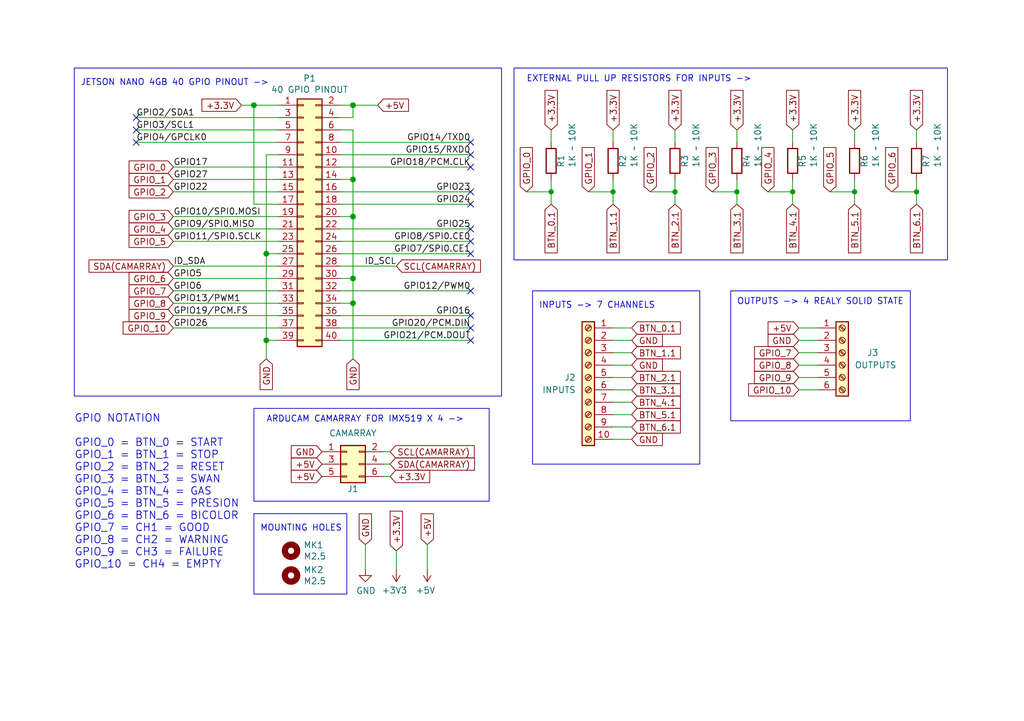
<source format=kicad_sch>
(kicad_sch (version 20230121) (generator eeschema)

  (uuid e63e39d7-6ac0-4ffd-8aa3-1841a4541b55)

  (paper "A5")

  (title_block
    (title "HAT JETSON NANO CAMERA CLASSIFIER")
    (date "2023-07-25")
    (rev "Manuel Henao")
    (company "CONSTRUPLAST")
  )

  (lib_symbols
    (symbol "Connector:Screw_Terminal_01x06" (pin_names (offset 1.016) hide) (in_bom yes) (on_board yes)
      (property "Reference" "J" (at 0 7.62 0)
        (effects (font (size 1.27 1.27)))
      )
      (property "Value" "Screw_Terminal_01x06" (at 0 -10.16 0)
        (effects (font (size 1.27 1.27)))
      )
      (property "Footprint" "" (at 0 0 0)
        (effects (font (size 1.27 1.27)) hide)
      )
      (property "Datasheet" "~" (at 0 0 0)
        (effects (font (size 1.27 1.27)) hide)
      )
      (property "ki_keywords" "screw terminal" (at 0 0 0)
        (effects (font (size 1.27 1.27)) hide)
      )
      (property "ki_description" "Generic screw terminal, single row, 01x06, script generated (kicad-library-utils/schlib/autogen/connector/)" (at 0 0 0)
        (effects (font (size 1.27 1.27)) hide)
      )
      (property "ki_fp_filters" "TerminalBlock*:*" (at 0 0 0)
        (effects (font (size 1.27 1.27)) hide)
      )
      (symbol "Screw_Terminal_01x06_1_1"
        (rectangle (start -1.27 6.35) (end 1.27 -8.89)
          (stroke (width 0.254) (type default))
          (fill (type background))
        )
        (circle (center 0 -7.62) (radius 0.635)
          (stroke (width 0.1524) (type default))
          (fill (type none))
        )
        (circle (center 0 -5.08) (radius 0.635)
          (stroke (width 0.1524) (type default))
          (fill (type none))
        )
        (circle (center 0 -2.54) (radius 0.635)
          (stroke (width 0.1524) (type default))
          (fill (type none))
        )
        (polyline
          (pts
            (xy -0.5334 -7.2898)
            (xy 0.3302 -8.128)
          )
          (stroke (width 0.1524) (type default))
          (fill (type none))
        )
        (polyline
          (pts
            (xy -0.5334 -4.7498)
            (xy 0.3302 -5.588)
          )
          (stroke (width 0.1524) (type default))
          (fill (type none))
        )
        (polyline
          (pts
            (xy -0.5334 -2.2098)
            (xy 0.3302 -3.048)
          )
          (stroke (width 0.1524) (type default))
          (fill (type none))
        )
        (polyline
          (pts
            (xy -0.5334 0.3302)
            (xy 0.3302 -0.508)
          )
          (stroke (width 0.1524) (type default))
          (fill (type none))
        )
        (polyline
          (pts
            (xy -0.5334 2.8702)
            (xy 0.3302 2.032)
          )
          (stroke (width 0.1524) (type default))
          (fill (type none))
        )
        (polyline
          (pts
            (xy -0.5334 5.4102)
            (xy 0.3302 4.572)
          )
          (stroke (width 0.1524) (type default))
          (fill (type none))
        )
        (polyline
          (pts
            (xy -0.3556 -7.112)
            (xy 0.508 -7.9502)
          )
          (stroke (width 0.1524) (type default))
          (fill (type none))
        )
        (polyline
          (pts
            (xy -0.3556 -4.572)
            (xy 0.508 -5.4102)
          )
          (stroke (width 0.1524) (type default))
          (fill (type none))
        )
        (polyline
          (pts
            (xy -0.3556 -2.032)
            (xy 0.508 -2.8702)
          )
          (stroke (width 0.1524) (type default))
          (fill (type none))
        )
        (polyline
          (pts
            (xy -0.3556 0.508)
            (xy 0.508 -0.3302)
          )
          (stroke (width 0.1524) (type default))
          (fill (type none))
        )
        (polyline
          (pts
            (xy -0.3556 3.048)
            (xy 0.508 2.2098)
          )
          (stroke (width 0.1524) (type default))
          (fill (type none))
        )
        (polyline
          (pts
            (xy -0.3556 5.588)
            (xy 0.508 4.7498)
          )
          (stroke (width 0.1524) (type default))
          (fill (type none))
        )
        (circle (center 0 0) (radius 0.635)
          (stroke (width 0.1524) (type default))
          (fill (type none))
        )
        (circle (center 0 2.54) (radius 0.635)
          (stroke (width 0.1524) (type default))
          (fill (type none))
        )
        (circle (center 0 5.08) (radius 0.635)
          (stroke (width 0.1524) (type default))
          (fill (type none))
        )
        (pin passive line (at -5.08 5.08 0) (length 3.81)
          (name "Pin_1" (effects (font (size 1.27 1.27))))
          (number "1" (effects (font (size 1.27 1.27))))
        )
        (pin passive line (at -5.08 2.54 0) (length 3.81)
          (name "Pin_2" (effects (font (size 1.27 1.27))))
          (number "2" (effects (font (size 1.27 1.27))))
        )
        (pin passive line (at -5.08 0 0) (length 3.81)
          (name "Pin_3" (effects (font (size 1.27 1.27))))
          (number "3" (effects (font (size 1.27 1.27))))
        )
        (pin passive line (at -5.08 -2.54 0) (length 3.81)
          (name "Pin_4" (effects (font (size 1.27 1.27))))
          (number "4" (effects (font (size 1.27 1.27))))
        )
        (pin passive line (at -5.08 -5.08 0) (length 3.81)
          (name "Pin_5" (effects (font (size 1.27 1.27))))
          (number "5" (effects (font (size 1.27 1.27))))
        )
        (pin passive line (at -5.08 -7.62 0) (length 3.81)
          (name "Pin_6" (effects (font (size 1.27 1.27))))
          (number "6" (effects (font (size 1.27 1.27))))
        )
      )
    )
    (symbol "Connector:Screw_Terminal_01x10" (pin_names (offset 1.016) hide) (in_bom yes) (on_board yes)
      (property "Reference" "J" (at 0 12.7 0)
        (effects (font (size 1.27 1.27)))
      )
      (property "Value" "Screw_Terminal_01x10" (at 0 -15.24 0)
        (effects (font (size 1.27 1.27)))
      )
      (property "Footprint" "" (at 0 0 0)
        (effects (font (size 1.27 1.27)) hide)
      )
      (property "Datasheet" "~" (at 0 0 0)
        (effects (font (size 1.27 1.27)) hide)
      )
      (property "ki_keywords" "screw terminal" (at 0 0 0)
        (effects (font (size 1.27 1.27)) hide)
      )
      (property "ki_description" "Generic screw terminal, single row, 01x10, script generated (kicad-library-utils/schlib/autogen/connector/)" (at 0 0 0)
        (effects (font (size 1.27 1.27)) hide)
      )
      (property "ki_fp_filters" "TerminalBlock*:*" (at 0 0 0)
        (effects (font (size 1.27 1.27)) hide)
      )
      (symbol "Screw_Terminal_01x10_1_1"
        (rectangle (start -1.27 11.43) (end 1.27 -13.97)
          (stroke (width 0.254) (type default))
          (fill (type background))
        )
        (circle (center 0 -12.7) (radius 0.635)
          (stroke (width 0.1524) (type default))
          (fill (type none))
        )
        (circle (center 0 -10.16) (radius 0.635)
          (stroke (width 0.1524) (type default))
          (fill (type none))
        )
        (circle (center 0 -7.62) (radius 0.635)
          (stroke (width 0.1524) (type default))
          (fill (type none))
        )
        (circle (center 0 -5.08) (radius 0.635)
          (stroke (width 0.1524) (type default))
          (fill (type none))
        )
        (circle (center 0 -2.54) (radius 0.635)
          (stroke (width 0.1524) (type default))
          (fill (type none))
        )
        (polyline
          (pts
            (xy -0.5334 -12.3698)
            (xy 0.3302 -13.208)
          )
          (stroke (width 0.1524) (type default))
          (fill (type none))
        )
        (polyline
          (pts
            (xy -0.5334 -9.8298)
            (xy 0.3302 -10.668)
          )
          (stroke (width 0.1524) (type default))
          (fill (type none))
        )
        (polyline
          (pts
            (xy -0.5334 -7.2898)
            (xy 0.3302 -8.128)
          )
          (stroke (width 0.1524) (type default))
          (fill (type none))
        )
        (polyline
          (pts
            (xy -0.5334 -4.7498)
            (xy 0.3302 -5.588)
          )
          (stroke (width 0.1524) (type default))
          (fill (type none))
        )
        (polyline
          (pts
            (xy -0.5334 -2.2098)
            (xy 0.3302 -3.048)
          )
          (stroke (width 0.1524) (type default))
          (fill (type none))
        )
        (polyline
          (pts
            (xy -0.5334 0.3302)
            (xy 0.3302 -0.508)
          )
          (stroke (width 0.1524) (type default))
          (fill (type none))
        )
        (polyline
          (pts
            (xy -0.5334 2.8702)
            (xy 0.3302 2.032)
          )
          (stroke (width 0.1524) (type default))
          (fill (type none))
        )
        (polyline
          (pts
            (xy -0.5334 5.4102)
            (xy 0.3302 4.572)
          )
          (stroke (width 0.1524) (type default))
          (fill (type none))
        )
        (polyline
          (pts
            (xy -0.5334 7.9502)
            (xy 0.3302 7.112)
          )
          (stroke (width 0.1524) (type default))
          (fill (type none))
        )
        (polyline
          (pts
            (xy -0.5334 10.4902)
            (xy 0.3302 9.652)
          )
          (stroke (width 0.1524) (type default))
          (fill (type none))
        )
        (polyline
          (pts
            (xy -0.3556 -12.192)
            (xy 0.508 -13.0302)
          )
          (stroke (width 0.1524) (type default))
          (fill (type none))
        )
        (polyline
          (pts
            (xy -0.3556 -9.652)
            (xy 0.508 -10.4902)
          )
          (stroke (width 0.1524) (type default))
          (fill (type none))
        )
        (polyline
          (pts
            (xy -0.3556 -7.112)
            (xy 0.508 -7.9502)
          )
          (stroke (width 0.1524) (type default))
          (fill (type none))
        )
        (polyline
          (pts
            (xy -0.3556 -4.572)
            (xy 0.508 -5.4102)
          )
          (stroke (width 0.1524) (type default))
          (fill (type none))
        )
        (polyline
          (pts
            (xy -0.3556 -2.032)
            (xy 0.508 -2.8702)
          )
          (stroke (width 0.1524) (type default))
          (fill (type none))
        )
        (polyline
          (pts
            (xy -0.3556 0.508)
            (xy 0.508 -0.3302)
          )
          (stroke (width 0.1524) (type default))
          (fill (type none))
        )
        (polyline
          (pts
            (xy -0.3556 3.048)
            (xy 0.508 2.2098)
          )
          (stroke (width 0.1524) (type default))
          (fill (type none))
        )
        (polyline
          (pts
            (xy -0.3556 5.588)
            (xy 0.508 4.7498)
          )
          (stroke (width 0.1524) (type default))
          (fill (type none))
        )
        (polyline
          (pts
            (xy -0.3556 8.128)
            (xy 0.508 7.2898)
          )
          (stroke (width 0.1524) (type default))
          (fill (type none))
        )
        (polyline
          (pts
            (xy -0.3556 10.668)
            (xy 0.508 9.8298)
          )
          (stroke (width 0.1524) (type default))
          (fill (type none))
        )
        (circle (center 0 0) (radius 0.635)
          (stroke (width 0.1524) (type default))
          (fill (type none))
        )
        (circle (center 0 2.54) (radius 0.635)
          (stroke (width 0.1524) (type default))
          (fill (type none))
        )
        (circle (center 0 5.08) (radius 0.635)
          (stroke (width 0.1524) (type default))
          (fill (type none))
        )
        (circle (center 0 7.62) (radius 0.635)
          (stroke (width 0.1524) (type default))
          (fill (type none))
        )
        (circle (center 0 10.16) (radius 0.635)
          (stroke (width 0.1524) (type default))
          (fill (type none))
        )
        (pin passive line (at -5.08 10.16 0) (length 3.81)
          (name "Pin_1" (effects (font (size 1.27 1.27))))
          (number "1" (effects (font (size 1.27 1.27))))
        )
        (pin passive line (at -5.08 -12.7 0) (length 3.81)
          (name "Pin_10" (effects (font (size 1.27 1.27))))
          (number "10" (effects (font (size 1.27 1.27))))
        )
        (pin passive line (at -5.08 7.62 0) (length 3.81)
          (name "Pin_2" (effects (font (size 1.27 1.27))))
          (number "2" (effects (font (size 1.27 1.27))))
        )
        (pin passive line (at -5.08 5.08 0) (length 3.81)
          (name "Pin_3" (effects (font (size 1.27 1.27))))
          (number "3" (effects (font (size 1.27 1.27))))
        )
        (pin passive line (at -5.08 2.54 0) (length 3.81)
          (name "Pin_4" (effects (font (size 1.27 1.27))))
          (number "4" (effects (font (size 1.27 1.27))))
        )
        (pin passive line (at -5.08 0 0) (length 3.81)
          (name "Pin_5" (effects (font (size 1.27 1.27))))
          (number "5" (effects (font (size 1.27 1.27))))
        )
        (pin passive line (at -5.08 -2.54 0) (length 3.81)
          (name "Pin_6" (effects (font (size 1.27 1.27))))
          (number "6" (effects (font (size 1.27 1.27))))
        )
        (pin passive line (at -5.08 -5.08 0) (length 3.81)
          (name "Pin_7" (effects (font (size 1.27 1.27))))
          (number "7" (effects (font (size 1.27 1.27))))
        )
        (pin passive line (at -5.08 -7.62 0) (length 3.81)
          (name "Pin_8" (effects (font (size 1.27 1.27))))
          (number "8" (effects (font (size 1.27 1.27))))
        )
        (pin passive line (at -5.08 -10.16 0) (length 3.81)
          (name "Pin_9" (effects (font (size 1.27 1.27))))
          (number "9" (effects (font (size 1.27 1.27))))
        )
      )
    )
    (symbol "Connector_Generic:Conn_02x03_Odd_Even" (pin_names (offset 1.016) hide) (in_bom yes) (on_board yes)
      (property "Reference" "J" (at 1.27 5.08 0)
        (effects (font (size 1.27 1.27)))
      )
      (property "Value" "Conn_02x03_Odd_Even" (at 1.27 -5.08 0)
        (effects (font (size 1.27 1.27)))
      )
      (property "Footprint" "" (at 0 0 0)
        (effects (font (size 1.27 1.27)) hide)
      )
      (property "Datasheet" "~" (at 0 0 0)
        (effects (font (size 1.27 1.27)) hide)
      )
      (property "ki_keywords" "connector" (at 0 0 0)
        (effects (font (size 1.27 1.27)) hide)
      )
      (property "ki_description" "Generic connector, double row, 02x03, odd/even pin numbering scheme (row 1 odd numbers, row 2 even numbers), script generated (kicad-library-utils/schlib/autogen/connector/)" (at 0 0 0)
        (effects (font (size 1.27 1.27)) hide)
      )
      (property "ki_fp_filters" "Connector*:*_2x??_*" (at 0 0 0)
        (effects (font (size 1.27 1.27)) hide)
      )
      (symbol "Conn_02x03_Odd_Even_1_1"
        (rectangle (start -1.27 -2.413) (end 0 -2.667)
          (stroke (width 0.1524) (type default))
          (fill (type none))
        )
        (rectangle (start -1.27 0.127) (end 0 -0.127)
          (stroke (width 0.1524) (type default))
          (fill (type none))
        )
        (rectangle (start -1.27 2.667) (end 0 2.413)
          (stroke (width 0.1524) (type default))
          (fill (type none))
        )
        (rectangle (start -1.27 3.81) (end 3.81 -3.81)
          (stroke (width 0.254) (type default))
          (fill (type background))
        )
        (rectangle (start 3.81 -2.413) (end 2.54 -2.667)
          (stroke (width 0.1524) (type default))
          (fill (type none))
        )
        (rectangle (start 3.81 0.127) (end 2.54 -0.127)
          (stroke (width 0.1524) (type default))
          (fill (type none))
        )
        (rectangle (start 3.81 2.667) (end 2.54 2.413)
          (stroke (width 0.1524) (type default))
          (fill (type none))
        )
        (pin passive line (at -5.08 2.54 0) (length 3.81)
          (name "Pin_1" (effects (font (size 1.27 1.27))))
          (number "1" (effects (font (size 1.27 1.27))))
        )
        (pin passive line (at 7.62 2.54 180) (length 3.81)
          (name "Pin_2" (effects (font (size 1.27 1.27))))
          (number "2" (effects (font (size 1.27 1.27))))
        )
        (pin passive line (at -5.08 0 0) (length 3.81)
          (name "Pin_3" (effects (font (size 1.27 1.27))))
          (number "3" (effects (font (size 1.27 1.27))))
        )
        (pin passive line (at 7.62 0 180) (length 3.81)
          (name "Pin_4" (effects (font (size 1.27 1.27))))
          (number "4" (effects (font (size 1.27 1.27))))
        )
        (pin passive line (at -5.08 -2.54 0) (length 3.81)
          (name "Pin_5" (effects (font (size 1.27 1.27))))
          (number "5" (effects (font (size 1.27 1.27))))
        )
        (pin passive line (at 7.62 -2.54 180) (length 3.81)
          (name "Pin_6" (effects (font (size 1.27 1.27))))
          (number "6" (effects (font (size 1.27 1.27))))
        )
      )
    )
    (symbol "Connector_Generic:Conn_02x20_Odd_Even" (pin_names (offset 1.016) hide) (in_bom yes) (on_board yes)
      (property "Reference" "J" (at 1.27 25.4 0)
        (effects (font (size 1.27 1.27)))
      )
      (property "Value" "Conn_02x20_Odd_Even" (at 1.27 -27.94 0)
        (effects (font (size 1.27 1.27)))
      )
      (property "Footprint" "" (at 0 0 0)
        (effects (font (size 1.27 1.27)) hide)
      )
      (property "Datasheet" "~" (at 0 0 0)
        (effects (font (size 1.27 1.27)) hide)
      )
      (property "ki_keywords" "connector" (at 0 0 0)
        (effects (font (size 1.27 1.27)) hide)
      )
      (property "ki_description" "Generic connector, double row, 02x20, odd/even pin numbering scheme (row 1 odd numbers, row 2 even numbers), script generated (kicad-library-utils/schlib/autogen/connector/)" (at 0 0 0)
        (effects (font (size 1.27 1.27)) hide)
      )
      (property "ki_fp_filters" "Connector*:*_2x??_*" (at 0 0 0)
        (effects (font (size 1.27 1.27)) hide)
      )
      (symbol "Conn_02x20_Odd_Even_1_1"
        (rectangle (start -1.27 -25.273) (end 0 -25.527)
          (stroke (width 0.1524) (type default))
          (fill (type none))
        )
        (rectangle (start -1.27 -22.733) (end 0 -22.987)
          (stroke (width 0.1524) (type default))
          (fill (type none))
        )
        (rectangle (start -1.27 -20.193) (end 0 -20.447)
          (stroke (width 0.1524) (type default))
          (fill (type none))
        )
        (rectangle (start -1.27 -17.653) (end 0 -17.907)
          (stroke (width 0.1524) (type default))
          (fill (type none))
        )
        (rectangle (start -1.27 -15.113) (end 0 -15.367)
          (stroke (width 0.1524) (type default))
          (fill (type none))
        )
        (rectangle (start -1.27 -12.573) (end 0 -12.827)
          (stroke (width 0.1524) (type default))
          (fill (type none))
        )
        (rectangle (start -1.27 -10.033) (end 0 -10.287)
          (stroke (width 0.1524) (type default))
          (fill (type none))
        )
        (rectangle (start -1.27 -7.493) (end 0 -7.747)
          (stroke (width 0.1524) (type default))
          (fill (type none))
        )
        (rectangle (start -1.27 -4.953) (end 0 -5.207)
          (stroke (width 0.1524) (type default))
          (fill (type none))
        )
        (rectangle (start -1.27 -2.413) (end 0 -2.667)
          (stroke (width 0.1524) (type default))
          (fill (type none))
        )
        (rectangle (start -1.27 0.127) (end 0 -0.127)
          (stroke (width 0.1524) (type default))
          (fill (type none))
        )
        (rectangle (start -1.27 2.667) (end 0 2.413)
          (stroke (width 0.1524) (type default))
          (fill (type none))
        )
        (rectangle (start -1.27 5.207) (end 0 4.953)
          (stroke (width 0.1524) (type default))
          (fill (type none))
        )
        (rectangle (start -1.27 7.747) (end 0 7.493)
          (stroke (width 0.1524) (type default))
          (fill (type none))
        )
        (rectangle (start -1.27 10.287) (end 0 10.033)
          (stroke (width 0.1524) (type default))
          (fill (type none))
        )
        (rectangle (start -1.27 12.827) (end 0 12.573)
          (stroke (width 0.1524) (type default))
          (fill (type none))
        )
        (rectangle (start -1.27 15.367) (end 0 15.113)
          (stroke (width 0.1524) (type default))
          (fill (type none))
        )
        (rectangle (start -1.27 17.907) (end 0 17.653)
          (stroke (width 0.1524) (type default))
          (fill (type none))
        )
        (rectangle (start -1.27 20.447) (end 0 20.193)
          (stroke (width 0.1524) (type default))
          (fill (type none))
        )
        (rectangle (start -1.27 22.987) (end 0 22.733)
          (stroke (width 0.1524) (type default))
          (fill (type none))
        )
        (rectangle (start -1.27 24.13) (end 3.81 -26.67)
          (stroke (width 0.254) (type default))
          (fill (type background))
        )
        (rectangle (start 3.81 -25.273) (end 2.54 -25.527)
          (stroke (width 0.1524) (type default))
          (fill (type none))
        )
        (rectangle (start 3.81 -22.733) (end 2.54 -22.987)
          (stroke (width 0.1524) (type default))
          (fill (type none))
        )
        (rectangle (start 3.81 -20.193) (end 2.54 -20.447)
          (stroke (width 0.1524) (type default))
          (fill (type none))
        )
        (rectangle (start 3.81 -17.653) (end 2.54 -17.907)
          (stroke (width 0.1524) (type default))
          (fill (type none))
        )
        (rectangle (start 3.81 -15.113) (end 2.54 -15.367)
          (stroke (width 0.1524) (type default))
          (fill (type none))
        )
        (rectangle (start 3.81 -12.573) (end 2.54 -12.827)
          (stroke (width 0.1524) (type default))
          (fill (type none))
        )
        (rectangle (start 3.81 -10.033) (end 2.54 -10.287)
          (stroke (width 0.1524) (type default))
          (fill (type none))
        )
        (rectangle (start 3.81 -7.493) (end 2.54 -7.747)
          (stroke (width 0.1524) (type default))
          (fill (type none))
        )
        (rectangle (start 3.81 -4.953) (end 2.54 -5.207)
          (stroke (width 0.1524) (type default))
          (fill (type none))
        )
        (rectangle (start 3.81 -2.413) (end 2.54 -2.667)
          (stroke (width 0.1524) (type default))
          (fill (type none))
        )
        (rectangle (start 3.81 0.127) (end 2.54 -0.127)
          (stroke (width 0.1524) (type default))
          (fill (type none))
        )
        (rectangle (start 3.81 2.667) (end 2.54 2.413)
          (stroke (width 0.1524) (type default))
          (fill (type none))
        )
        (rectangle (start 3.81 5.207) (end 2.54 4.953)
          (stroke (width 0.1524) (type default))
          (fill (type none))
        )
        (rectangle (start 3.81 7.747) (end 2.54 7.493)
          (stroke (width 0.1524) (type default))
          (fill (type none))
        )
        (rectangle (start 3.81 10.287) (end 2.54 10.033)
          (stroke (width 0.1524) (type default))
          (fill (type none))
        )
        (rectangle (start 3.81 12.827) (end 2.54 12.573)
          (stroke (width 0.1524) (type default))
          (fill (type none))
        )
        (rectangle (start 3.81 15.367) (end 2.54 15.113)
          (stroke (width 0.1524) (type default))
          (fill (type none))
        )
        (rectangle (start 3.81 17.907) (end 2.54 17.653)
          (stroke (width 0.1524) (type default))
          (fill (type none))
        )
        (rectangle (start 3.81 20.447) (end 2.54 20.193)
          (stroke (width 0.1524) (type default))
          (fill (type none))
        )
        (rectangle (start 3.81 22.987) (end 2.54 22.733)
          (stroke (width 0.1524) (type default))
          (fill (type none))
        )
        (pin passive line (at -5.08 22.86 0) (length 3.81)
          (name "Pin_1" (effects (font (size 1.27 1.27))))
          (number "1" (effects (font (size 1.27 1.27))))
        )
        (pin passive line (at 7.62 12.7 180) (length 3.81)
          (name "Pin_10" (effects (font (size 1.27 1.27))))
          (number "10" (effects (font (size 1.27 1.27))))
        )
        (pin passive line (at -5.08 10.16 0) (length 3.81)
          (name "Pin_11" (effects (font (size 1.27 1.27))))
          (number "11" (effects (font (size 1.27 1.27))))
        )
        (pin passive line (at 7.62 10.16 180) (length 3.81)
          (name "Pin_12" (effects (font (size 1.27 1.27))))
          (number "12" (effects (font (size 1.27 1.27))))
        )
        (pin passive line (at -5.08 7.62 0) (length 3.81)
          (name "Pin_13" (effects (font (size 1.27 1.27))))
          (number "13" (effects (font (size 1.27 1.27))))
        )
        (pin passive line (at 7.62 7.62 180) (length 3.81)
          (name "Pin_14" (effects (font (size 1.27 1.27))))
          (number "14" (effects (font (size 1.27 1.27))))
        )
        (pin passive line (at -5.08 5.08 0) (length 3.81)
          (name "Pin_15" (effects (font (size 1.27 1.27))))
          (number "15" (effects (font (size 1.27 1.27))))
        )
        (pin passive line (at 7.62 5.08 180) (length 3.81)
          (name "Pin_16" (effects (font (size 1.27 1.27))))
          (number "16" (effects (font (size 1.27 1.27))))
        )
        (pin passive line (at -5.08 2.54 0) (length 3.81)
          (name "Pin_17" (effects (font (size 1.27 1.27))))
          (number "17" (effects (font (size 1.27 1.27))))
        )
        (pin passive line (at 7.62 2.54 180) (length 3.81)
          (name "Pin_18" (effects (font (size 1.27 1.27))))
          (number "18" (effects (font (size 1.27 1.27))))
        )
        (pin passive line (at -5.08 0 0) (length 3.81)
          (name "Pin_19" (effects (font (size 1.27 1.27))))
          (number "19" (effects (font (size 1.27 1.27))))
        )
        (pin passive line (at 7.62 22.86 180) (length 3.81)
          (name "Pin_2" (effects (font (size 1.27 1.27))))
          (number "2" (effects (font (size 1.27 1.27))))
        )
        (pin passive line (at 7.62 0 180) (length 3.81)
          (name "Pin_20" (effects (font (size 1.27 1.27))))
          (number "20" (effects (font (size 1.27 1.27))))
        )
        (pin passive line (at -5.08 -2.54 0) (length 3.81)
          (name "Pin_21" (effects (font (size 1.27 1.27))))
          (number "21" (effects (font (size 1.27 1.27))))
        )
        (pin passive line (at 7.62 -2.54 180) (length 3.81)
          (name "Pin_22" (effects (font (size 1.27 1.27))))
          (number "22" (effects (font (size 1.27 1.27))))
        )
        (pin passive line (at -5.08 -5.08 0) (length 3.81)
          (name "Pin_23" (effects (font (size 1.27 1.27))))
          (number "23" (effects (font (size 1.27 1.27))))
        )
        (pin passive line (at 7.62 -5.08 180) (length 3.81)
          (name "Pin_24" (effects (font (size 1.27 1.27))))
          (number "24" (effects (font (size 1.27 1.27))))
        )
        (pin passive line (at -5.08 -7.62 0) (length 3.81)
          (name "Pin_25" (effects (font (size 1.27 1.27))))
          (number "25" (effects (font (size 1.27 1.27))))
        )
        (pin passive line (at 7.62 -7.62 180) (length 3.81)
          (name "Pin_26" (effects (font (size 1.27 1.27))))
          (number "26" (effects (font (size 1.27 1.27))))
        )
        (pin passive line (at -5.08 -10.16 0) (length 3.81)
          (name "Pin_27" (effects (font (size 1.27 1.27))))
          (number "27" (effects (font (size 1.27 1.27))))
        )
        (pin passive line (at 7.62 -10.16 180) (length 3.81)
          (name "Pin_28" (effects (font (size 1.27 1.27))))
          (number "28" (effects (font (size 1.27 1.27))))
        )
        (pin passive line (at -5.08 -12.7 0) (length 3.81)
          (name "Pin_29" (effects (font (size 1.27 1.27))))
          (number "29" (effects (font (size 1.27 1.27))))
        )
        (pin passive line (at -5.08 20.32 0) (length 3.81)
          (name "Pin_3" (effects (font (size 1.27 1.27))))
          (number "3" (effects (font (size 1.27 1.27))))
        )
        (pin passive line (at 7.62 -12.7 180) (length 3.81)
          (name "Pin_30" (effects (font (size 1.27 1.27))))
          (number "30" (effects (font (size 1.27 1.27))))
        )
        (pin passive line (at -5.08 -15.24 0) (length 3.81)
          (name "Pin_31" (effects (font (size 1.27 1.27))))
          (number "31" (effects (font (size 1.27 1.27))))
        )
        (pin passive line (at 7.62 -15.24 180) (length 3.81)
          (name "Pin_32" (effects (font (size 1.27 1.27))))
          (number "32" (effects (font (size 1.27 1.27))))
        )
        (pin passive line (at -5.08 -17.78 0) (length 3.81)
          (name "Pin_33" (effects (font (size 1.27 1.27))))
          (number "33" (effects (font (size 1.27 1.27))))
        )
        (pin passive line (at 7.62 -17.78 180) (length 3.81)
          (name "Pin_34" (effects (font (size 1.27 1.27))))
          (number "34" (effects (font (size 1.27 1.27))))
        )
        (pin passive line (at -5.08 -20.32 0) (length 3.81)
          (name "Pin_35" (effects (font (size 1.27 1.27))))
          (number "35" (effects (font (size 1.27 1.27))))
        )
        (pin passive line (at 7.62 -20.32 180) (length 3.81)
          (name "Pin_36" (effects (font (size 1.27 1.27))))
          (number "36" (effects (font (size 1.27 1.27))))
        )
        (pin passive line (at -5.08 -22.86 0) (length 3.81)
          (name "Pin_37" (effects (font (size 1.27 1.27))))
          (number "37" (effects (font (size 1.27 1.27))))
        )
        (pin passive line (at 7.62 -22.86 180) (length 3.81)
          (name "Pin_38" (effects (font (size 1.27 1.27))))
          (number "38" (effects (font (size 1.27 1.27))))
        )
        (pin passive line (at -5.08 -25.4 0) (length 3.81)
          (name "Pin_39" (effects (font (size 1.27 1.27))))
          (number "39" (effects (font (size 1.27 1.27))))
        )
        (pin passive line (at 7.62 20.32 180) (length 3.81)
          (name "Pin_4" (effects (font (size 1.27 1.27))))
          (number "4" (effects (font (size 1.27 1.27))))
        )
        (pin passive line (at 7.62 -25.4 180) (length 3.81)
          (name "Pin_40" (effects (font (size 1.27 1.27))))
          (number "40" (effects (font (size 1.27 1.27))))
        )
        (pin passive line (at -5.08 17.78 0) (length 3.81)
          (name "Pin_5" (effects (font (size 1.27 1.27))))
          (number "5" (effects (font (size 1.27 1.27))))
        )
        (pin passive line (at 7.62 17.78 180) (length 3.81)
          (name "Pin_6" (effects (font (size 1.27 1.27))))
          (number "6" (effects (font (size 1.27 1.27))))
        )
        (pin passive line (at -5.08 15.24 0) (length 3.81)
          (name "Pin_7" (effects (font (size 1.27 1.27))))
          (number "7" (effects (font (size 1.27 1.27))))
        )
        (pin passive line (at 7.62 15.24 180) (length 3.81)
          (name "Pin_8" (effects (font (size 1.27 1.27))))
          (number "8" (effects (font (size 1.27 1.27))))
        )
        (pin passive line (at -5.08 12.7 0) (length 3.81)
          (name "Pin_9" (effects (font (size 1.27 1.27))))
          (number "9" (effects (font (size 1.27 1.27))))
        )
      )
    )
    (symbol "Device:R" (pin_numbers hide) (pin_names (offset 0)) (in_bom yes) (on_board yes)
      (property "Reference" "R" (at 2.032 0 90)
        (effects (font (size 1.27 1.27)))
      )
      (property "Value" "R" (at 0 0 90)
        (effects (font (size 1.27 1.27)))
      )
      (property "Footprint" "" (at -1.778 0 90)
        (effects (font (size 1.27 1.27)) hide)
      )
      (property "Datasheet" "~" (at 0 0 0)
        (effects (font (size 1.27 1.27)) hide)
      )
      (property "ki_keywords" "R res resistor" (at 0 0 0)
        (effects (font (size 1.27 1.27)) hide)
      )
      (property "ki_description" "Resistor" (at 0 0 0)
        (effects (font (size 1.27 1.27)) hide)
      )
      (property "ki_fp_filters" "R_*" (at 0 0 0)
        (effects (font (size 1.27 1.27)) hide)
      )
      (symbol "R_0_1"
        (rectangle (start -1.016 -2.54) (end 1.016 2.54)
          (stroke (width 0.254) (type default))
          (fill (type none))
        )
      )
      (symbol "R_1_1"
        (pin passive line (at 0 3.81 270) (length 1.27)
          (name "~" (effects (font (size 1.27 1.27))))
          (number "1" (effects (font (size 1.27 1.27))))
        )
        (pin passive line (at 0 -3.81 90) (length 1.27)
          (name "~" (effects (font (size 1.27 1.27))))
          (number "2" (effects (font (size 1.27 1.27))))
        )
      )
    )
    (symbol "Mechanical:MountingHole" (pin_names (offset 1.016)) (in_bom yes) (on_board yes)
      (property "Reference" "H" (at 0 5.08 0)
        (effects (font (size 1.27 1.27)))
      )
      (property "Value" "MountingHole" (at 0 3.175 0)
        (effects (font (size 1.27 1.27)))
      )
      (property "Footprint" "" (at 0 0 0)
        (effects (font (size 1.27 1.27)) hide)
      )
      (property "Datasheet" "~" (at 0 0 0)
        (effects (font (size 1.27 1.27)) hide)
      )
      (property "ki_keywords" "mounting hole" (at 0 0 0)
        (effects (font (size 1.27 1.27)) hide)
      )
      (property "ki_description" "Mounting Hole without connection" (at 0 0 0)
        (effects (font (size 1.27 1.27)) hide)
      )
      (property "ki_fp_filters" "MountingHole*" (at 0 0 0)
        (effects (font (size 1.27 1.27)) hide)
      )
      (symbol "MountingHole_0_1"
        (circle (center 0 0) (radius 1.27)
          (stroke (width 1.27) (type default))
          (fill (type none))
        )
      )
    )
    (symbol "power:+3.3V" (power) (pin_names (offset 0)) (in_bom yes) (on_board yes)
      (property "Reference" "#PWR" (at 0 -3.81 0)
        (effects (font (size 1.27 1.27)) hide)
      )
      (property "Value" "+3.3V" (at 0 3.556 0)
        (effects (font (size 1.27 1.27)))
      )
      (property "Footprint" "" (at 0 0 0)
        (effects (font (size 1.27 1.27)) hide)
      )
      (property "Datasheet" "" (at 0 0 0)
        (effects (font (size 1.27 1.27)) hide)
      )
      (property "ki_keywords" "power-flag" (at 0 0 0)
        (effects (font (size 1.27 1.27)) hide)
      )
      (property "ki_description" "Power symbol creates a global label with name \"+3.3V\"" (at 0 0 0)
        (effects (font (size 1.27 1.27)) hide)
      )
      (symbol "+3.3V_0_1"
        (polyline
          (pts
            (xy -0.762 1.27)
            (xy 0 2.54)
          )
          (stroke (width 0) (type default))
          (fill (type none))
        )
        (polyline
          (pts
            (xy 0 0)
            (xy 0 2.54)
          )
          (stroke (width 0) (type default))
          (fill (type none))
        )
        (polyline
          (pts
            (xy 0 2.54)
            (xy 0.762 1.27)
          )
          (stroke (width 0) (type default))
          (fill (type none))
        )
      )
      (symbol "+3.3V_1_1"
        (pin power_in line (at 0 0 90) (length 0) hide
          (name "+3V3" (effects (font (size 1.27 1.27))))
          (number "1" (effects (font (size 1.27 1.27))))
        )
      )
    )
    (symbol "power:+5V" (power) (pin_names (offset 0)) (in_bom yes) (on_board yes)
      (property "Reference" "#PWR" (at 0 -3.81 0)
        (effects (font (size 1.27 1.27)) hide)
      )
      (property "Value" "+5V" (at 0 3.556 0)
        (effects (font (size 1.27 1.27)))
      )
      (property "Footprint" "" (at 0 0 0)
        (effects (font (size 1.27 1.27)) hide)
      )
      (property "Datasheet" "" (at 0 0 0)
        (effects (font (size 1.27 1.27)) hide)
      )
      (property "ki_keywords" "power-flag" (at 0 0 0)
        (effects (font (size 1.27 1.27)) hide)
      )
      (property "ki_description" "Power symbol creates a global label with name \"+5V\"" (at 0 0 0)
        (effects (font (size 1.27 1.27)) hide)
      )
      (symbol "+5V_0_1"
        (polyline
          (pts
            (xy -0.762 1.27)
            (xy 0 2.54)
          )
          (stroke (width 0) (type default))
          (fill (type none))
        )
        (polyline
          (pts
            (xy 0 0)
            (xy 0 2.54)
          )
          (stroke (width 0) (type default))
          (fill (type none))
        )
        (polyline
          (pts
            (xy 0 2.54)
            (xy 0.762 1.27)
          )
          (stroke (width 0) (type default))
          (fill (type none))
        )
      )
      (symbol "+5V_1_1"
        (pin power_in line (at 0 0 90) (length 0) hide
          (name "+5V" (effects (font (size 1.27 1.27))))
          (number "1" (effects (font (size 1.27 1.27))))
        )
      )
    )
    (symbol "power:GND" (power) (pin_names (offset 0)) (in_bom yes) (on_board yes)
      (property "Reference" "#PWR" (at 0 -6.35 0)
        (effects (font (size 1.27 1.27)) hide)
      )
      (property "Value" "GND" (at 0 -3.81 0)
        (effects (font (size 1.27 1.27)))
      )
      (property "Footprint" "" (at 0 0 0)
        (effects (font (size 1.27 1.27)) hide)
      )
      (property "Datasheet" "" (at 0 0 0)
        (effects (font (size 1.27 1.27)) hide)
      )
      (property "ki_keywords" "power-flag" (at 0 0 0)
        (effects (font (size 1.27 1.27)) hide)
      )
      (property "ki_description" "Power symbol creates a global label with name \"GND\" , ground" (at 0 0 0)
        (effects (font (size 1.27 1.27)) hide)
      )
      (symbol "GND_0_1"
        (polyline
          (pts
            (xy 0 0)
            (xy 0 -1.27)
            (xy 1.27 -1.27)
            (xy 0 -2.54)
            (xy -1.27 -1.27)
            (xy 0 -1.27)
          )
          (stroke (width 0) (type default))
          (fill (type none))
        )
      )
      (symbol "GND_1_1"
        (pin power_in line (at 0 0 270) (length 0) hide
          (name "GND" (effects (font (size 1.27 1.27))))
          (number "1" (effects (font (size 1.27 1.27))))
        )
      )
    )
  )

  (junction (at 162.56 39.37) (diameter 0) (color 0 0 0 0)
    (uuid 0dc5ffd3-a06a-4395-81ea-4a0d695a9b66)
  )
  (junction (at 72.39 21.59) (diameter 1.016) (color 0 0 0 0)
    (uuid 0eaa98f0-9565-4637-ace3-42a5231b07f7)
  )
  (junction (at 151.13 39.37) (diameter 0) (color 0 0 0 0)
    (uuid 16f8532f-8820-46a0-b2c3-f8a22e44e561)
  )
  (junction (at 72.39 36.83) (diameter 1.016) (color 0 0 0 0)
    (uuid 181abe7a-f941-42b6-bd46-aaa3131f90fb)
  )
  (junction (at 113.03 39.37) (diameter 0) (color 0 0 0 0)
    (uuid 6d13c15c-40c2-4956-8ce1-2444c6356fa0)
  )
  (junction (at 54.61 69.85) (diameter 1.016) (color 0 0 0 0)
    (uuid 704d6d51-bb34-4cbf-83d8-841e208048d8)
  )
  (junction (at 54.61 52.07) (diameter 1.016) (color 0 0 0 0)
    (uuid 8174b4de-74b1-48db-ab8e-c8432251095b)
  )
  (junction (at 72.39 62.23) (diameter 1.016) (color 0 0 0 0)
    (uuid 9340c285-5767-42d5-8b6d-63fe2a40ddf3)
  )
  (junction (at 125.73 39.37) (diameter 0) (color 0 0 0 0)
    (uuid b02e3655-4683-483e-9158-32fc1d5dd544)
  )
  (junction (at 72.39 57.15) (diameter 1.016) (color 0 0 0 0)
    (uuid c41b3c8b-634e-435a-b582-96b83bbd4032)
  )
  (junction (at 72.39 44.45) (diameter 1.016) (color 0 0 0 0)
    (uuid ce83728b-bebd-48c2-8734-b6a50d837931)
  )
  (junction (at 138.43 39.37) (diameter 0) (color 0 0 0 0)
    (uuid e3c1da92-3a77-4e8f-93e1-ed672fd7abba)
  )
  (junction (at 187.96 39.37) (diameter 0) (color 0 0 0 0)
    (uuid e8beea77-439a-4371-82c2-90ac89500cb1)
  )
  (junction (at 175.26 39.37) (diameter 0) (color 0 0 0 0)
    (uuid f47c5e02-4278-48b8-8d02-b099274760fa)
  )
  (junction (at 52.07 21.59) (diameter 1.016) (color 0 0 0 0)
    (uuid fd470e95-4861-44fe-b1e4-6d8a7c66e144)
  )

  (no_connect (at 27.94 29.21) (uuid 091120fe-7458-4442-88b9-1f8e579e5090))
  (no_connect (at 96.52 69.85) (uuid 170347f9-d789-4762-be44-baba4465b4b7))
  (no_connect (at 96.52 49.53) (uuid 24ccd221-3803-4a89-a0ad-67b0ef1bcabf))
  (no_connect (at 96.52 64.77) (uuid 874448a8-b105-4440-a7e1-fbdc07e35540))
  (no_connect (at 96.52 46.99) (uuid 8f4b7ee9-756e-4764-ab60-7a70079041f7))
  (no_connect (at 96.52 41.91) (uuid 9aa7a8d3-e0b3-41fe-b8fa-ae1fee7a1faa))
  (no_connect (at 27.94 26.67) (uuid a85736dd-6644-4d00-8c4f-e616d5ef9851))
  (no_connect (at 96.52 59.69) (uuid aac10e83-fc27-4fd0-bab4-e095b61d2866))
  (no_connect (at 96.52 29.21) (uuid ac028776-89a0-46e1-a5ff-eff2ddcf7d17))
  (no_connect (at 96.52 31.75) (uuid b716e4e1-726f-49ae-a66a-022ba0d18b9c))
  (no_connect (at 96.52 67.31) (uuid be6a983d-c839-44a8-a4c7-2fbdee7b93f7))
  (no_connect (at 96.52 52.07) (uuid c3138b18-845f-47f1-9832-e4e8a8c30420))
  (no_connect (at 96.52 39.37) (uuid c6138a11-e2e8-4fdc-ab96-369914c56dfc))
  (no_connect (at 96.52 34.29) (uuid e9781107-6415-4d47-ae5f-f7d8586e7796))
  (no_connect (at 27.94 24.13) (uuid f3c039b6-5f6a-4d81-8f7b-f72bf72e14b8))

  (wire (pts (xy 54.61 52.07) (xy 54.61 69.85))
    (stroke (width 0) (type solid))
    (uuid 015c5535-b3ef-4c28-99b9-4f3baef056f3)
  )
  (wire (pts (xy 187.96 26.67) (xy 187.96 29.21))
    (stroke (width 0) (type default))
    (uuid 018882ad-7010-4938-b972-afdc234674b7)
  )
  (wire (pts (xy 69.85 52.07) (xy 96.52 52.07))
    (stroke (width 0) (type solid))
    (uuid 01e536fb-12ab-43ce-a95e-82675e37d4b7)
  )
  (wire (pts (xy 57.15 34.29) (xy 35.56 34.29))
    (stroke (width 0) (type solid))
    (uuid 0694ca26-7b8c-4c30-bae9-3b74fab1e60a)
  )
  (wire (pts (xy 146.05 39.37) (xy 151.13 39.37))
    (stroke (width 0) (type default))
    (uuid 08681fea-f903-48e0-8a4e-af983d7ffa39)
  )
  (wire (pts (xy 162.56 36.83) (xy 162.56 39.37))
    (stroke (width 0) (type default))
    (uuid 0a3cc037-96b3-477b-9916-0d8f0c0a7b0a)
  )
  (wire (pts (xy 72.39 26.67) (xy 72.39 36.83))
    (stroke (width 0) (type solid))
    (uuid 0d143423-c9d6-49e3-8b7d-f1137d1a3509)
  )
  (wire (pts (xy 72.39 44.45) (xy 69.85 44.45))
    (stroke (width 0) (type solid))
    (uuid 0ee91a98-576f-43c1-89f6-61acc2cb1f13)
  )
  (wire (pts (xy 151.13 36.83) (xy 151.13 39.37))
    (stroke (width 0) (type default))
    (uuid 0f5499e2-769d-4b3e-bdbd-acc55fb90a78)
  )
  (wire (pts (xy 72.39 57.15) (xy 72.39 62.23))
    (stroke (width 0) (type solid))
    (uuid 164f1958-8ee6-4c3d-9df0-03613712fa6f)
  )
  (wire (pts (xy 80.01 92.71) (xy 78.74 92.71))
    (stroke (width 0) (type default))
    (uuid 167600f8-48dc-42a7-ab94-c80c67a51baf)
  )
  (wire (pts (xy 170.18 39.37) (xy 175.26 39.37))
    (stroke (width 0) (type default))
    (uuid 174ee3a3-26f0-482a-a7f3-31499de4afd6)
  )
  (wire (pts (xy 87.63 111.76) (xy 87.63 116.84))
    (stroke (width 0) (type default))
    (uuid 17e3fb9b-5b7f-4d2e-a1ca-cc47ecfc288b)
  )
  (wire (pts (xy 125.73 80.01) (xy 129.54 80.01))
    (stroke (width 0) (type default))
    (uuid 18d07d17-4223-4b79-97c7-9e4668ea6914)
  )
  (wire (pts (xy 162.56 39.37) (xy 162.56 41.91))
    (stroke (width 0) (type default))
    (uuid 19263014-c916-441d-989e-0336289eefa7)
  )
  (wire (pts (xy 138.43 36.83) (xy 138.43 39.37))
    (stroke (width 0) (type default))
    (uuid 24af2971-3039-4f2e-b44c-338f91273799)
  )
  (wire (pts (xy 72.39 44.45) (xy 72.39 57.15))
    (stroke (width 0) (type solid))
    (uuid 252c2642-5979-4a84-8d39-11da2e3821fe)
  )
  (wire (pts (xy 69.85 29.21) (xy 96.52 29.21))
    (stroke (width 0) (type solid))
    (uuid 2710a316-ad7d-4403-afc1-1df73ba69697)
  )
  (wire (pts (xy 54.61 31.75) (xy 54.61 52.07))
    (stroke (width 0) (type solid))
    (uuid 29651976-85fe-45df-9d6a-4d640774cbbc)
  )
  (wire (pts (xy 125.73 69.85) (xy 129.54 69.85))
    (stroke (width 0) (type default))
    (uuid 2bac5987-0091-4292-ac16-8d1798ada62e)
  )
  (wire (pts (xy 120.65 39.37) (xy 125.73 39.37))
    (stroke (width 0) (type default))
    (uuid 2d18b86a-e4b2-4d98-a01c-8f194198c06c)
  )
  (wire (pts (xy 125.73 74.93) (xy 129.54 74.93))
    (stroke (width 0) (type default))
    (uuid 2eeefe4f-4126-4f11-b990-4845248c36f9)
  )
  (wire (pts (xy 54.61 31.75) (xy 57.15 31.75))
    (stroke (width 0) (type solid))
    (uuid 335bbf29-f5b7-4e5a-993a-a34ce5ab5756)
  )
  (wire (pts (xy 69.85 49.53) (xy 96.52 49.53))
    (stroke (width 0) (type solid))
    (uuid 3522f983-faf4-44f4-900c-086a3d364c60)
  )
  (wire (pts (xy 57.15 54.61) (xy 35.56 54.61))
    (stroke (width 0) (type solid))
    (uuid 37ae508e-6121-46a7-8162-5c727675dd10)
  )
  (wire (pts (xy 113.03 39.37) (xy 113.03 41.91))
    (stroke (width 0) (type default))
    (uuid 387b644e-9e02-4c68-8d65-afa72dac7b88)
  )
  (wire (pts (xy 35.56 57.15) (xy 57.15 57.15))
    (stroke (width 0) (type solid))
    (uuid 3b2261b8-cc6a-4f24-9a9d-8411b13f362c)
  )
  (wire (pts (xy 175.26 39.37) (xy 175.26 41.91))
    (stroke (width 0) (type default))
    (uuid 3d4e9421-7ce8-44c3-bfe2-43c8ef35c27b)
  )
  (wire (pts (xy 175.26 36.83) (xy 175.26 39.37))
    (stroke (width 0) (type default))
    (uuid 3ef761fe-5b65-49e9-b8a2-9b515ab3b1b0)
  )
  (wire (pts (xy 125.73 85.09) (xy 129.54 85.09))
    (stroke (width 0) (type default))
    (uuid 4283217e-4daa-4c78-8114-b8338ea14986)
  )
  (wire (pts (xy 125.73 26.67) (xy 125.73 29.21))
    (stroke (width 0) (type default))
    (uuid 44bfb923-6bf1-43ba-a591-614592a29d75)
  )
  (wire (pts (xy 54.61 52.07) (xy 57.15 52.07))
    (stroke (width 0) (type solid))
    (uuid 46f8757d-31ce-45ba-9242-48e76c9438b1)
  )
  (wire (pts (xy 74.93 111.76) (xy 74.93 116.84))
    (stroke (width 0) (type default))
    (uuid 477821e9-d05d-4787-89e0-476f0bb4f202)
  )
  (wire (pts (xy 138.43 26.67) (xy 138.43 29.21))
    (stroke (width 0) (type default))
    (uuid 480e67bb-ef86-4a90-a03d-1aa63a607bed)
  )
  (wire (pts (xy 69.85 39.37) (xy 96.52 39.37))
    (stroke (width 0) (type solid))
    (uuid 4c544204-3530-479b-b097-35aa046ba896)
  )
  (wire (pts (xy 81.28 113.03) (xy 81.28 116.84))
    (stroke (width 0) (type default))
    (uuid 4ce887d2-3b73-44a4-a5f6-27251bdc2ea1)
  )
  (wire (pts (xy 125.73 82.55) (xy 129.54 82.55))
    (stroke (width 0) (type default))
    (uuid 4e546577-9e4e-4ebb-acd1-4bff52d23963)
  )
  (wire (pts (xy 167.64 74.93) (xy 163.83 74.93))
    (stroke (width 0) (type default))
    (uuid 558248d3-13ee-45a5-8ded-0f8623aee27b)
  )
  (wire (pts (xy 69.85 69.85) (xy 96.52 69.85))
    (stroke (width 0) (type solid))
    (uuid 55a29370-8495-4737-906c-8b505e228668)
  )
  (wire (pts (xy 35.56 36.83) (xy 57.15 36.83))
    (stroke (width 0) (type solid))
    (uuid 55d9c53c-6409-4360-8797-b4f7b28c4137)
  )
  (wire (pts (xy 138.43 39.37) (xy 138.43 41.91))
    (stroke (width 0) (type default))
    (uuid 56d7193c-42c5-4176-ae54-b7f70eb4a637)
  )
  (wire (pts (xy 80.01 97.79) (xy 78.74 97.79))
    (stroke (width 0) (type default))
    (uuid 5bff7046-c78c-4e23-a510-aa27c46b2a88)
  )
  (wire (pts (xy 113.03 26.67) (xy 113.03 29.21))
    (stroke (width 0) (type default))
    (uuid 6251f7c9-f164-4f80-adc3-0306d417b0b6)
  )
  (wire (pts (xy 72.39 62.23) (xy 69.85 62.23))
    (stroke (width 0) (type solid))
    (uuid 62f43b49-7566-4f4c-b16f-9b95531f6d28)
  )
  (wire (pts (xy 27.94 26.67) (xy 57.15 26.67))
    (stroke (width 0) (type solid))
    (uuid 67559638-167e-4f06-9757-aeeebf7e8930)
  )
  (wire (pts (xy 35.56 49.53) (xy 57.15 49.53))
    (stroke (width 0) (type solid))
    (uuid 6c897b01-6835-4bf3-885d-4b22704f8f6e)
  )
  (wire (pts (xy 52.07 41.91) (xy 57.15 41.91))
    (stroke (width 0) (type solid))
    (uuid 707b993a-397a-40ee-bc4e-978ea0af003d)
  )
  (wire (pts (xy 163.83 69.85) (xy 167.64 69.85))
    (stroke (width 0) (type default))
    (uuid 72602bbe-eed7-475d-89e7-83d30d1739da)
  )
  (wire (pts (xy 163.83 77.47) (xy 167.64 77.47))
    (stroke (width 0) (type default))
    (uuid 726131f6-79dc-44fc-b0e9-b34e0c4f988f)
  )
  (wire (pts (xy 57.15 24.13) (xy 27.94 24.13))
    (stroke (width 0) (type solid))
    (uuid 73aefdad-91c2-4f5e-80c2-3f1cf4134807)
  )
  (wire (pts (xy 72.39 21.59) (xy 72.39 24.13))
    (stroke (width 0) (type solid))
    (uuid 7645e45b-ebbd-4531-92c9-9c38081bbf8d)
  )
  (wire (pts (xy 72.39 36.83) (xy 72.39 44.45))
    (stroke (width 0) (type solid))
    (uuid 7aed86fe-31d5-4139-a0b1-020ce61800b6)
  )
  (wire (pts (xy 69.85 34.29) (xy 96.52 34.29))
    (stroke (width 0) (type solid))
    (uuid 7d1a0af8-a3d8-4dbb-9873-21a280e175b7)
  )
  (wire (pts (xy 72.39 36.83) (xy 69.85 36.83))
    (stroke (width 0) (type solid))
    (uuid 7dd33798-d6eb-48c4-8355-bbeae3353a44)
  )
  (wire (pts (xy 69.85 54.61) (xy 81.28 54.61))
    (stroke (width 0) (type default))
    (uuid 7e06a3fe-2d42-4dcf-bb6b-e7cb3138d4a4)
  )
  (wire (pts (xy 163.83 72.39) (xy 167.64 72.39))
    (stroke (width 0) (type default))
    (uuid 8216bd58-638f-40fc-9eeb-ded1ed100140)
  )
  (wire (pts (xy 167.64 80.01) (xy 163.83 80.01))
    (stroke (width 0) (type default))
    (uuid 82c76a07-cf2d-4383-b552-e4f286e36256)
  )
  (wire (pts (xy 125.73 67.31) (xy 129.54 67.31))
    (stroke (width 0) (type default))
    (uuid 84900d35-cf6e-4284-b0c6-87e033fa3c14)
  )
  (wire (pts (xy 27.94 29.21) (xy 57.15 29.21))
    (stroke (width 0) (type solid))
    (uuid 85bd9bea-9b41-4249-9626-26358781edd8)
  )
  (wire (pts (xy 72.39 21.59) (xy 69.85 21.59))
    (stroke (width 0) (type solid))
    (uuid 8846d55b-57bd-4185-9629-4525ca309ac0)
  )
  (wire (pts (xy 52.07 21.59) (xy 52.07 41.91))
    (stroke (width 0) (type solid))
    (uuid 8930c626-5f36-458c-88ae-90e6918556cc)
  )
  (wire (pts (xy 107.95 39.37) (xy 113.03 39.37))
    (stroke (width 0) (type default))
    (uuid 89ef94b1-1c26-49fd-8656-cd359fbd0424)
  )
  (wire (pts (xy 69.85 41.91) (xy 96.52 41.91))
    (stroke (width 0) (type solid))
    (uuid 8b129051-97ca-49cd-adf8-4efb5043fabb)
  )
  (wire (pts (xy 69.85 31.75) (xy 96.52 31.75))
    (stroke (width 0) (type solid))
    (uuid 8ccbbafc-2cdc-415a-ac78-6ccd25489208)
  )
  (wire (pts (xy 182.88 39.37) (xy 187.96 39.37))
    (stroke (width 0) (type default))
    (uuid 8f49926d-b6c8-41ec-b2a0-d7bbdda19a20)
  )
  (wire (pts (xy 163.83 67.31) (xy 167.64 67.31))
    (stroke (width 0) (type default))
    (uuid 9160848a-8228-4f4c-a708-c64beb0c838b)
  )
  (wire (pts (xy 35.56 39.37) (xy 57.15 39.37))
    (stroke (width 0) (type solid))
    (uuid 9705171e-2fe8-4d02-a114-94335e138862)
  )
  (wire (pts (xy 35.56 46.99) (xy 57.15 46.99))
    (stroke (width 0) (type solid))
    (uuid 98a1aa7c-68bd-4966-834d-f673bb2b8d39)
  )
  (wire (pts (xy 187.96 36.83) (xy 187.96 39.37))
    (stroke (width 0) (type default))
    (uuid 9acf71a0-39b0-4056-9d01-6247a3ea5fd4)
  )
  (wire (pts (xy 125.73 72.39) (xy 129.54 72.39))
    (stroke (width 0) (type default))
    (uuid 9fb3b9ef-b110-4e4a-8b9e-48df88a6a9e4)
  )
  (wire (pts (xy 72.39 21.59) (xy 77.47 21.59))
    (stroke (width 0) (type default))
    (uuid a0565b9b-7b08-4dea-9bd3-a1d3598a4f5c)
  )
  (wire (pts (xy 151.13 39.37) (xy 151.13 41.91))
    (stroke (width 0) (type default))
    (uuid a1b10f89-e542-4e32-904f-5faf76dcddee)
  )
  (wire (pts (xy 35.56 59.69) (xy 57.15 59.69))
    (stroke (width 0) (type solid))
    (uuid a571c038-3cc2-4848-b404-365f2f7338be)
  )
  (wire (pts (xy 72.39 24.13) (xy 69.85 24.13))
    (stroke (width 0) (type solid))
    (uuid a82219f8-a00b-446a-aba9-4cd0a8dd81f2)
  )
  (wire (pts (xy 162.56 26.67) (xy 162.56 29.21))
    (stroke (width 0) (type default))
    (uuid af3a7607-b754-4699-99df-3d59df323b27)
  )
  (wire (pts (xy 35.56 64.77) (xy 57.15 64.77))
    (stroke (width 0) (type solid))
    (uuid b07bae11-81ae-4941-a5ed-27fd323486e6)
  )
  (wire (pts (xy 54.61 69.85) (xy 54.61 73.66))
    (stroke (width 0) (type solid))
    (uuid b2bd50b7-8c7c-42e8-8b14-cf8357904990)
  )
  (wire (pts (xy 69.85 64.77) (xy 96.52 64.77))
    (stroke (width 0) (type solid))
    (uuid b36591f4-a77c-49fb-84e3-ce0d65ee7c7c)
  )
  (wire (pts (xy 69.85 59.69) (xy 96.52 59.69))
    (stroke (width 0) (type solid))
    (uuid b73bbc85-9c79-4ab1-bfa9-ba86dc5a73fe)
  )
  (wire (pts (xy 54.61 69.85) (xy 57.15 69.85))
    (stroke (width 0) (type solid))
    (uuid b8286aaf-3086-41e1-a5dc-8f8a05589eb9)
  )
  (wire (pts (xy 80.01 95.25) (xy 78.74 95.25))
    (stroke (width 0) (type default))
    (uuid b93f42d2-6278-42bb-8fef-cf9b93c7dffd)
  )
  (wire (pts (xy 69.85 67.31) (xy 96.52 67.31))
    (stroke (width 0) (type solid))
    (uuid bc7a73bf-d271-462c-8196-ea5c7867515d)
  )
  (wire (pts (xy 72.39 26.67) (xy 69.85 26.67))
    (stroke (width 0) (type solid))
    (uuid c15b519d-5e2e-489c-91b6-d8ff3e8343cb)
  )
  (wire (pts (xy 35.56 67.31) (xy 57.15 67.31))
    (stroke (width 0) (type solid))
    (uuid c373340b-844b-44cd-869b-a1267d366977)
  )
  (wire (pts (xy 125.73 87.63) (xy 129.54 87.63))
    (stroke (width 0) (type default))
    (uuid c55cd710-29ad-4f73-aeec-13eb90af8545)
  )
  (wire (pts (xy 133.35 39.37) (xy 138.43 39.37))
    (stroke (width 0) (type default))
    (uuid c85a7fdd-b62e-482c-9dd2-3a8675747d13)
  )
  (wire (pts (xy 49.53 21.59) (xy 52.07 21.59))
    (stroke (width 0) (type default))
    (uuid c9deeb46-55ce-48aa-8c73-722fe967b199)
  )
  (wire (pts (xy 125.73 39.37) (xy 125.73 41.91))
    (stroke (width 0) (type default))
    (uuid ca2c2081-e468-4627-ac40-580ea4a4a6b2)
  )
  (wire (pts (xy 125.73 77.47) (xy 129.54 77.47))
    (stroke (width 0) (type default))
    (uuid d3c931ca-c448-453a-8c8d-e133bb73c6a5)
  )
  (wire (pts (xy 151.13 26.67) (xy 151.13 29.21))
    (stroke (width 0) (type default))
    (uuid d4fcd1ba-ef90-4bdd-9021-1ea57440f3e2)
  )
  (wire (pts (xy 175.26 26.67) (xy 175.26 29.21))
    (stroke (width 0) (type default))
    (uuid da16c11c-1f7a-416e-806a-c2a58507b737)
  )
  (wire (pts (xy 187.96 39.37) (xy 187.96 41.91))
    (stroke (width 0) (type default))
    (uuid dbe1a224-021c-4908-906d-a5b45d12b9d8)
  )
  (wire (pts (xy 72.39 62.23) (xy 72.39 73.66))
    (stroke (width 0) (type solid))
    (uuid ddb5ec2a-613c-4ee5-b250-77656b088e84)
  )
  (wire (pts (xy 157.48 39.37) (xy 162.56 39.37))
    (stroke (width 0) (type default))
    (uuid de00e4bd-7ca8-4c43-9a87-4d8408c554d9)
  )
  (wire (pts (xy 69.85 46.99) (xy 96.52 46.99))
    (stroke (width 0) (type solid))
    (uuid df2cdc6b-e26c-482b-83a5-6c3aa0b9bc90)
  )
  (wire (pts (xy 57.15 62.23) (xy 35.56 62.23))
    (stroke (width 0) (type solid))
    (uuid df3b4a97-babc-4be9-b107-e59b56293dde)
  )
  (wire (pts (xy 72.39 57.15) (xy 69.85 57.15))
    (stroke (width 0) (type solid))
    (uuid e93ad2ad-5587-4125-b93d-270df22eadfa)
  )
  (wire (pts (xy 52.07 21.59) (xy 57.15 21.59))
    (stroke (width 0) (type solid))
    (uuid ed4af6f5-c1f9-4ac6-b35e-2b9ff5cd0eb3)
  )
  (wire (pts (xy 113.03 36.83) (xy 113.03 39.37))
    (stroke (width 0) (type default))
    (uuid f43cef4b-301b-4b47-a79f-70d3b3d8fe22)
  )
  (wire (pts (xy 35.56 44.45) (xy 57.15 44.45))
    (stroke (width 0) (type solid))
    (uuid f9be6c8e-7532-415b-be21-5f82d7d7f74e)
  )
  (wire (pts (xy 125.73 36.83) (xy 125.73 39.37))
    (stroke (width 0) (type default))
    (uuid fe404447-fc6c-484a-8ee2-e06b2427a112)
  )
  (wire (pts (xy 125.73 90.17) (xy 129.54 90.17))
    (stroke (width 0) (type default))
    (uuid ffb31319-34c2-41e0-8e75-bf601ca2602a)
  )

  (rectangle (start 109.22 59.69) (end 143.51 95.25)
    (stroke (width 0) (type default))
    (fill (type none))
    (uuid 2ee2f509-3473-4ce7-9902-a0d2fab4d60e)
  )
  (rectangle (start 149.86 59.69) (end 186.69 86.36)
    (stroke (width 0) (type default))
    (fill (type none))
    (uuid 5b22f7d2-997d-4169-9957-96d87a83d301)
  )
  (rectangle (start 105.41 13.97) (end 194.31 53.34)
    (stroke (width 0) (type default))
    (fill (type none))
    (uuid 7dd8e6b3-6e83-49ee-8d20-49cbf80dc92b)
  )
  (rectangle (start 52.07 105.41) (end 71.12 121.92)
    (stroke (width 0) (type default))
    (fill (type none))
    (uuid a8b46d8d-67e4-4a9b-b905-ffff192d90c8)
  )
  (rectangle (start 52.07 83.82) (end 100.33 102.87)
    (stroke (width 0) (type default))
    (fill (type none))
    (uuid ceccdba7-f5f0-470c-8679-c1c3e64e0024)
  )
  (rectangle (start 15.24 13.97) (end 102.87 81.28)
    (stroke (width 0) (type default))
    (fill (type none))
    (uuid f41208da-b5b6-4f63-9186-2ed9db31cad0)
  )

  (text "JETSON NANO 4GB 40 GPIO PINOUT ->" (at 16.51 17.78 0)
    (effects (font (size 1.27 1.27)) (justify left bottom))
    (uuid 022415a8-444a-4cae-9a5c-09a9b6df03f3)
  )
  (text "MOUNTING HOLES" (at 53.34 109.22 0)
    (effects (font (size 1.27 1.27)) (justify left bottom))
    (uuid 3dbf87a0-16a9-48d1-90fa-534cb6af2e6c)
  )
  (text "INPUTS -> 7 CHANNELS\n" (at 110.49 63.5 0)
    (effects (font (size 1.27 1.27)) (justify left bottom))
    (uuid 3ed4ecf5-dc53-438b-8e6e-9b8745d3dc59)
  )
  (text "OUTPUTS -> 4 REALY SOLID STATE\n\n" (at 151.13 64.77 0)
    (effects (font (size 1.27 1.27)) (justify left bottom))
    (uuid 5a4302f0-1faa-4877-9a77-58ea46a5b4c8)
  )
  (text "ARDUCAM CAMARRAY FOR IMX519 X 4 -> \n\n" (at 54.61 88.9 0)
    (effects (font (size 1.27 1.27)) (justify left bottom))
    (uuid 61a13bae-227e-447a-bd79-5ebdaf625661)
  )
  (text "GPIO NOTATION\n\nGPIO_0 = BTN_0 = START\nGPIO_1 = BTN_1 = STOP\nGPIO_2 = BTN_2 = RESET\nGPIO_3 = BTN_3 = SWAN\nGPIO_4 = BTN_4 = GAS\nGPIO_5 = BTN_5 = PRESION\nGPIO_6 = BTN_6 = BICOLOR\nGPIO_7 = CH1 = GOOD\nGPIO_8 = CH2 = WARNING\nGPIO_9 = CH3 = FAILURE\nGPIO_10 = CH4 = EMPTY\n"
    (at 15.24 116.84 0)
    (effects (font (size 1.55 1.55)) (justify left bottom))
    (uuid 8714082a-55fe-4a29-9d48-99ae1ef73073)
  )
  (text "EXTERNAL PULL UP RESISTORS FOR INPUTS -> \n\n" (at 107.95 19.05 0)
    (effects (font (size 1.27 1.27)) (justify left bottom))
    (uuid e98c59ae-72f0-4028-a467-63bc95481e47)
  )

  (label "ID_SDA" (at 35.56 54.61 0) (fields_autoplaced)
    (effects (font (size 1.27 1.27)) (justify left bottom))
    (uuid 0a44feb6-de6a-4996-b011-73867d835568)
  )
  (label "GPIO6" (at 35.56 59.69 0) (fields_autoplaced)
    (effects (font (size 1.27 1.27)) (justify left bottom))
    (uuid 0bec16b3-1718-4967-abb5-89274b1e4c31)
  )
  (label "ID_SCL" (at 81.28 54.61 180) (fields_autoplaced)
    (effects (font (size 1.27 1.27)) (justify right bottom))
    (uuid 28cc0d46-7a8d-4c3b-8c53-d5a776b1d5a9)
  )
  (label "GPIO5" (at 35.56 57.15 0) (fields_autoplaced)
    (effects (font (size 1.27 1.27)) (justify left bottom))
    (uuid 29d046c2-f681-4254-89b3-1ec3aa495433)
  )
  (label "GPIO21{slash}PCM.DOUT" (at 96.52 69.85 180) (fields_autoplaced)
    (effects (font (size 1.27 1.27)) (justify right bottom))
    (uuid 31b15bb4-e7a6-46f1-aabc-e5f3cca1ba4f)
  )
  (label "GPIO19{slash}PCM.FS" (at 35.56 64.77 0) (fields_autoplaced)
    (effects (font (size 1.27 1.27)) (justify left bottom))
    (uuid 3388965f-bec1-490c-9b08-dbac9be27c37)
  )
  (label "GPIO10{slash}SPI0.MOSI" (at 35.56 44.45 0) (fields_autoplaced)
    (effects (font (size 1.27 1.27)) (justify left bottom))
    (uuid 35a1cc8d-cefe-4fd3-8f7e-ebdbdbd072ee)
  )
  (label "GPIO9{slash}SPI0.MISO" (at 35.56 46.99 0) (fields_autoplaced)
    (effects (font (size 1.27 1.27)) (justify left bottom))
    (uuid 3911220d-b117-4874-8479-50c0285caa70)
  )
  (label "GPIO23" (at 96.52 39.37 180) (fields_autoplaced)
    (effects (font (size 1.27 1.27)) (justify right bottom))
    (uuid 45550f58-81b3-4113-a98b-8910341c00d8)
  )
  (label "GPIO4{slash}GPCLK0" (at 27.94 29.21 0) (fields_autoplaced)
    (effects (font (size 1.27 1.27)) (justify left bottom))
    (uuid 5069ddbc-357e-4355-aaa5-a8f551963b7a)
  )
  (label "GPIO27" (at 35.56 36.83 0) (fields_autoplaced)
    (effects (font (size 1.27 1.27)) (justify left bottom))
    (uuid 591fa762-d154-4cf7-8db7-a10b610ff12a)
  )
  (label "GPIO26" (at 35.56 67.31 0) (fields_autoplaced)
    (effects (font (size 1.27 1.27)) (justify left bottom))
    (uuid 5f2ee32f-d6d5-4b76-8935-0d57826ec36e)
  )
  (label "GPIO14{slash}TXD0" (at 96.52 29.21 180) (fields_autoplaced)
    (effects (font (size 1.27 1.27)) (justify right bottom))
    (uuid 610a05f5-0e9b-4f2c-960c-05aafdc8e1b9)
  )
  (label "GPIO8{slash}SPI0.CE0" (at 96.52 49.53 180) (fields_autoplaced)
    (effects (font (size 1.27 1.27)) (justify right bottom))
    (uuid 64ee07d4-0247-486c-a5b0-d3d33362f168)
  )
  (label "GPIO15{slash}RXD0" (at 96.52 31.75 180) (fields_autoplaced)
    (effects (font (size 1.27 1.27)) (justify right bottom))
    (uuid 6638ca0d-5409-4e89-aef0-b0f245a25578)
  )
  (label "GPIO16" (at 96.52 64.77 180) (fields_autoplaced)
    (effects (font (size 1.27 1.27)) (justify right bottom))
    (uuid 6a63dbe8-50e2-4ffb-a55f-e0df0f695e9b)
  )
  (label "GPIO22" (at 35.56 39.37 0) (fields_autoplaced)
    (effects (font (size 1.27 1.27)) (justify left bottom))
    (uuid 831c710c-4564-4e13-951a-b3746ba43c78)
  )
  (label "GPIO2{slash}SDA1" (at 27.94 24.13 0) (fields_autoplaced)
    (effects (font (size 1.27 1.27)) (justify left bottom))
    (uuid 8fb0631c-564a-4f96-b39b-2f827bb204a3)
  )
  (label "GPIO17" (at 35.56 34.29 0) (fields_autoplaced)
    (effects (font (size 1.27 1.27)) (justify left bottom))
    (uuid 9316d4cc-792f-4eb9-8a8b-1201587737ed)
  )
  (label "GPIO25" (at 96.52 46.99 180) (fields_autoplaced)
    (effects (font (size 1.27 1.27)) (justify right bottom))
    (uuid 9d507609-a820-4ac3-9e87-451a1c0e6633)
  )
  (label "GPIO3{slash}SCL1" (at 27.94 26.67 0) (fields_autoplaced)
    (effects (font (size 1.27 1.27)) (justify left bottom))
    (uuid a1cb0f9a-5b27-4e0e-bc79-c6e0ff4c58f7)
  )
  (label "GPIO18{slash}PCM.CLK" (at 96.52 34.29 180) (fields_autoplaced)
    (effects (font (size 1.27 1.27)) (justify right bottom))
    (uuid a46d6ef9-bb48-47fb-afed-157a64315177)
  )
  (label "GPIO12{slash}PWM0" (at 96.52 59.69 180) (fields_autoplaced)
    (effects (font (size 1.27 1.27)) (justify right bottom))
    (uuid a9ed66d3-a7fc-4839-b265-b9a21ee7fc85)
  )
  (label "GPIO13{slash}PWM1" (at 35.56 62.23 0) (fields_autoplaced)
    (effects (font (size 1.27 1.27)) (justify left bottom))
    (uuid b2ab078a-8774-4d1b-9381-5fcf23cc6a42)
  )
  (label "GPIO20{slash}PCM.DIN" (at 96.52 67.31 180) (fields_autoplaced)
    (effects (font (size 1.27 1.27)) (justify right bottom))
    (uuid b64a2cd2-1bcf-4d65-ac61-508537c93d3e)
  )
  (label "GPIO24" (at 96.52 41.91 180) (fields_autoplaced)
    (effects (font (size 1.27 1.27)) (justify right bottom))
    (uuid b8e48041-ff05-4814-a4a3-fb04f84542aa)
  )
  (label "GPIO7{slash}SPI0.CE1" (at 96.52 52.07 180) (fields_autoplaced)
    (effects (font (size 1.27 1.27)) (justify right bottom))
    (uuid be4b9f73-f8d2-4c28-9237-5d7e964636fa)
  )
  (label "GPIO11{slash}SPI0.SCLK" (at 35.56 49.53 0) (fields_autoplaced)
    (effects (font (size 1.27 1.27)) (justify left bottom))
    (uuid f9b80c2b-5447-4c6b-b35d-cb6b75fa7978)
  )

  (global_label "GPIO_4" (shape input) (at 157.48 39.37 90) (fields_autoplaced)
    (effects (font (size 1.27 1.27)) (justify left))
    (uuid 1161febc-01fc-4d29-8e94-94f97836df0b)
    (property "Intersheetrefs" "${INTERSHEET_REFS}" (at 157.48 29.6373 90)
      (effects (font (size 1.27 1.27)) (justify left) hide)
    )
  )
  (global_label "+5V" (shape input) (at 66.04 95.25 180) (fields_autoplaced)
    (effects (font (size 1.27 1.27)) (justify right))
    (uuid 124ee42f-18da-4196-baaf-d40cf586878a)
    (property "Intersheetrefs" "${INTERSHEET_REFS}" (at 59.0892 95.25 0)
      (effects (font (size 1.27 1.27)) (justify right) hide)
    )
  )
  (global_label "+3.3V" (shape input) (at 151.13 26.67 90) (fields_autoplaced)
    (effects (font (size 1.27 1.27)) (justify left))
    (uuid 1305cc23-1170-41c8-a8d8-e3b2f4b073fc)
    (property "Intersheetrefs" "${INTERSHEET_REFS}" (at 151.13 17.9049 90)
      (effects (font (size 1.27 1.27)) (justify left) hide)
    )
  )
  (global_label "GND" (shape input) (at 163.83 69.85 180) (fields_autoplaced)
    (effects (font (size 1.27 1.27)) (justify right))
    (uuid 16a218ff-4862-4f65-89bd-3c4c7bd4cebe)
    (property "Intersheetrefs" "${INTERSHEET_REFS}" (at 156.8792 69.85 0)
      (effects (font (size 1.27 1.27)) (justify right) hide)
    )
  )
  (global_label "GPIO_5" (shape input) (at 170.18 39.37 90) (fields_autoplaced)
    (effects (font (size 1.27 1.27)) (justify left))
    (uuid 2521dd3a-4172-46c6-9662-63aa59c3eceb)
    (property "Intersheetrefs" "${INTERSHEET_REFS}" (at 170.18 29.6373 90)
      (effects (font (size 1.27 1.27)) (justify left) hide)
    )
  )
  (global_label "GPIO_8" (shape input) (at 163.83 74.93 180) (fields_autoplaced)
    (effects (font (size 1.27 1.27)) (justify right))
    (uuid 267a0600-ceb5-41f4-8639-ed92a5b2358b)
    (property "Intersheetrefs" "${INTERSHEET_REFS}" (at 154.0973 74.93 0)
      (effects (font (size 1.27 1.27)) (justify right) hide)
    )
  )
  (global_label "BTN_0.1" (shape input) (at 129.54 67.31 0) (fields_autoplaced)
    (effects (font (size 1.27 1.27)) (justify left))
    (uuid 2e2c2aa0-8158-4bbb-b9a9-6ca0d5f024f1)
    (property "Intersheetrefs" "${INTERSHEET_REFS}" (at 140.1798 67.31 0)
      (effects (font (size 1.27 1.27)) (justify left) hide)
    )
  )
  (global_label "SCL(CAMARRAY)" (shape input) (at 80.01 92.71 0) (fields_autoplaced)
    (effects (font (size 1.27 1.27)) (justify left))
    (uuid 304155b8-e6e8-46bc-a106-2dde947e6107)
    (property "Intersheetrefs" "${INTERSHEET_REFS}" (at 97.9071 92.71 0)
      (effects (font (size 1.27 1.27)) (justify left) hide)
    )
  )
  (global_label "GND" (shape input) (at 54.61 73.66 270) (fields_autoplaced)
    (effects (font (size 1.27 1.27)) (justify right))
    (uuid 317c6ffc-4489-4425-b4a1-e435bdd9078d)
    (property "Intersheetrefs" "${INTERSHEET_REFS}" (at 54.61 80.6108 90)
      (effects (font (size 1.27 1.27)) (justify right) hide)
    )
  )
  (global_label "BTN_5.1" (shape input) (at 175.26 41.91 270) (fields_autoplaced)
    (effects (font (size 1.27 1.27)) (justify right))
    (uuid 32778efa-00cb-4391-9896-7619683ffec6)
    (property "Intersheetrefs" "${INTERSHEET_REFS}" (at 175.26 52.5498 90)
      (effects (font (size 1.27 1.27)) (justify right) hide)
    )
  )
  (global_label "BTN_4.1" (shape input) (at 162.56 41.91 270) (fields_autoplaced)
    (effects (font (size 1.27 1.27)) (justify right))
    (uuid 37aa7446-bd14-4fc3-8f69-576990afcb1b)
    (property "Intersheetrefs" "${INTERSHEET_REFS}" (at 162.56 52.5498 90)
      (effects (font (size 1.27 1.27)) (justify right) hide)
    )
  )
  (global_label "GND" (shape input) (at 129.54 74.93 0) (fields_autoplaced)
    (effects (font (size 1.27 1.27)) (justify left))
    (uuid 393e6a8b-78b1-47b6-9552-6decd0b181c2)
    (property "Intersheetrefs" "${INTERSHEET_REFS}" (at 136.4908 74.93 0)
      (effects (font (size 1.27 1.27)) (justify left) hide)
    )
  )
  (global_label "BTN_3.1" (shape input) (at 151.13 41.91 270) (fields_autoplaced)
    (effects (font (size 1.27 1.27)) (justify right))
    (uuid 3beadc1a-3b1d-4384-a15f-6bc6cb9c2c74)
    (property "Intersheetrefs" "${INTERSHEET_REFS}" (at 151.13 52.5498 90)
      (effects (font (size 1.27 1.27)) (justify right) hide)
    )
  )
  (global_label "+3.3V" (shape input) (at 81.28 113.03 90) (fields_autoplaced)
    (effects (font (size 1.27 1.27)) (justify left))
    (uuid 3e1e8c8e-ef15-41c5-a76f-494dc55911e8)
    (property "Intersheetrefs" "${INTERSHEET_REFS}" (at 81.28 104.2649 90)
      (effects (font (size 1.27 1.27)) (justify left) hide)
    )
  )
  (global_label "+3.3V" (shape input) (at 162.56 26.67 90) (fields_autoplaced)
    (effects (font (size 1.27 1.27)) (justify left))
    (uuid 3e79d157-8e85-43a8-b6de-aa9b277618ec)
    (property "Intersheetrefs" "${INTERSHEET_REFS}" (at 162.56 17.9049 90)
      (effects (font (size 1.27 1.27)) (justify left) hide)
    )
  )
  (global_label "+3.3V" (shape input) (at 125.73 26.67 90) (fields_autoplaced)
    (effects (font (size 1.27 1.27)) (justify left))
    (uuid 3f8bcf1f-dee2-4598-8f3a-ec9ef427cdca)
    (property "Intersheetrefs" "${INTERSHEET_REFS}" (at 125.73 17.9049 90)
      (effects (font (size 1.27 1.27)) (justify left) hide)
    )
  )
  (global_label "GPIO_3" (shape input) (at 35.56 44.45 180) (fields_autoplaced)
    (effects (font (size 1.27 1.27)) (justify right))
    (uuid 41e3d8b8-5758-4597-9347-ef4648a64d78)
    (property "Intersheetrefs" "${INTERSHEET_REFS}" (at 25.8273 44.45 0)
      (effects (font (size 1.27 1.27)) (justify right) hide)
    )
  )
  (global_label "BTN_1.1" (shape input) (at 125.73 41.91 270) (fields_autoplaced)
    (effects (font (size 1.27 1.27)) (justify right))
    (uuid 42ff09c3-7cef-4c26-a475-0ea54c4d2e1b)
    (property "Intersheetrefs" "${INTERSHEET_REFS}" (at 125.73 52.5498 90)
      (effects (font (size 1.27 1.27)) (justify right) hide)
    )
  )
  (global_label "GPIO_5" (shape input) (at 35.56 49.53 180) (fields_autoplaced)
    (effects (font (size 1.27 1.27)) (justify right))
    (uuid 44051ba1-3f65-4e28-8ee1-11da1e4f3544)
    (property "Intersheetrefs" "${INTERSHEET_REFS}" (at 25.8273 49.53 0)
      (effects (font (size 1.27 1.27)) (justify right) hide)
    )
  )
  (global_label "GPIO_7" (shape input) (at 35.56 59.69 180) (fields_autoplaced)
    (effects (font (size 1.27 1.27)) (justify right))
    (uuid 470e5343-bd19-4a3e-9876-7e775a462ec7)
    (property "Intersheetrefs" "${INTERSHEET_REFS}" (at 25.8273 59.69 0)
      (effects (font (size 1.27 1.27)) (justify right) hide)
    )
  )
  (global_label "BTN_6.1" (shape input) (at 187.96 41.91 270) (fields_autoplaced)
    (effects (font (size 1.27 1.27)) (justify right))
    (uuid 4d30e8cc-fd3e-4e51-8e1b-1dee6a9c361a)
    (property "Intersheetrefs" "${INTERSHEET_REFS}" (at 187.96 52.5498 90)
      (effects (font (size 1.27 1.27)) (justify right) hide)
    )
  )
  (global_label "+5V" (shape input) (at 163.83 67.31 180) (fields_autoplaced)
    (effects (font (size 1.27 1.27)) (justify right))
    (uuid 56d16369-5e8b-4dc8-9388-b18f06b58ffe)
    (property "Intersheetrefs" "${INTERSHEET_REFS}" (at 156.8792 67.31 0)
      (effects (font (size 1.27 1.27)) (justify right) hide)
    )
  )
  (global_label "GPIO_10" (shape input) (at 163.83 80.01 180) (fields_autoplaced)
    (effects (font (size 1.27 1.27)) (justify right))
    (uuid 5b7fbf9b-ddb6-4630-8163-5c61bb83c0e0)
    (property "Intersheetrefs" "${INTERSHEET_REFS}" (at 152.8878 80.01 0)
      (effects (font (size 1.27 1.27)) (justify right) hide)
    )
  )
  (global_label "BTN_4.1" (shape input) (at 129.54 82.55 0) (fields_autoplaced)
    (effects (font (size 1.27 1.27)) (justify left))
    (uuid 5dfa9a75-33b9-440d-8344-801b782d8e31)
    (property "Intersheetrefs" "${INTERSHEET_REFS}" (at 140.1798 82.55 0)
      (effects (font (size 1.27 1.27)) (justify left) hide)
    )
  )
  (global_label "GPIO_1" (shape input) (at 120.65 39.37 90) (fields_autoplaced)
    (effects (font (size 1.27 1.27)) (justify left))
    (uuid 64c2c36f-a316-4b35-a976-ae852d0fa318)
    (property "Intersheetrefs" "${INTERSHEET_REFS}" (at 120.65 29.6373 90)
      (effects (font (size 1.27 1.27)) (justify left) hide)
    )
  )
  (global_label "GND" (shape input) (at 129.54 90.17 0) (fields_autoplaced)
    (effects (font (size 1.27 1.27)) (justify left))
    (uuid 65523a78-9a85-41a9-8205-248d18e51665)
    (property "Intersheetrefs" "${INTERSHEET_REFS}" (at 136.4908 90.17 0)
      (effects (font (size 1.27 1.27)) (justify left) hide)
    )
  )
  (global_label "SDA(CAMARRAY)" (shape input) (at 80.01 95.25 0) (fields_autoplaced)
    (effects (font (size 1.27 1.27)) (justify left))
    (uuid 6723e66b-b28d-4fa9-bdab-8d88c646e14c)
    (property "Intersheetrefs" "${INTERSHEET_REFS}" (at 97.9676 95.25 0)
      (effects (font (size 1.27 1.27)) (justify left) hide)
    )
  )
  (global_label "SDA(CAMARRAY)" (shape input) (at 35.56 54.61 180) (fields_autoplaced)
    (effects (font (size 1.27 1.27)) (justify right))
    (uuid 678c1853-bed4-44d0-adf6-9d4fa4bd2814)
    (property "Intersheetrefs" "${INTERSHEET_REFS}" (at 17.6024 54.61 0)
      (effects (font (size 1.27 1.27)) (justify right) hide)
    )
  )
  (global_label "SCL(CAMARRAY)" (shape input) (at 81.28 54.61 0) (fields_autoplaced)
    (effects (font (size 1.27 1.27)) (justify left))
    (uuid 6f98ca87-1b64-4f24-84fa-97eaed18e3a2)
    (property "Intersheetrefs" "${INTERSHEET_REFS}" (at 99.1771 54.61 0)
      (effects (font (size 1.27 1.27)) (justify left) hide)
    )
  )
  (global_label "GPIO_4" (shape input) (at 35.56 46.99 180) (fields_autoplaced)
    (effects (font (size 1.27 1.27)) (justify right))
    (uuid 71bf3e04-b319-4c05-9498-f40ce93e8cde)
    (property "Intersheetrefs" "${INTERSHEET_REFS}" (at 25.8273 46.99 0)
      (effects (font (size 1.27 1.27)) (justify right) hide)
    )
  )
  (global_label "BTN_2.1" (shape input) (at 129.54 77.47 0) (fields_autoplaced)
    (effects (font (size 1.27 1.27)) (justify left))
    (uuid 74cd60c1-f1b2-4283-80f8-cbbfbe38c276)
    (property "Intersheetrefs" "${INTERSHEET_REFS}" (at 140.1798 77.47 0)
      (effects (font (size 1.27 1.27)) (justify left) hide)
    )
  )
  (global_label "GPIO_6" (shape input) (at 182.88 39.37 90) (fields_autoplaced)
    (effects (font (size 1.27 1.27)) (justify left))
    (uuid 7a239aad-1c9b-4186-b39f-e59269ffbccd)
    (property "Intersheetrefs" "${INTERSHEET_REFS}" (at 182.88 29.6373 90)
      (effects (font (size 1.27 1.27)) (justify left) hide)
    )
  )
  (global_label "GPIO_6" (shape input) (at 35.56 57.15 180) (fields_autoplaced)
    (effects (font (size 1.27 1.27)) (justify right))
    (uuid 7ab2c6d0-8063-428d-a036-a2de537e9aa6)
    (property "Intersheetrefs" "${INTERSHEET_REFS}" (at 25.8273 57.15 0)
      (effects (font (size 1.27 1.27)) (justify right) hide)
    )
  )
  (global_label "+5V" (shape input) (at 87.63 111.76 90) (fields_autoplaced)
    (effects (font (size 1.27 1.27)) (justify left))
    (uuid 7dff41a7-c47c-4218-aa04-d4d561a80a64)
    (property "Intersheetrefs" "${INTERSHEET_REFS}" (at 87.63 104.8092 90)
      (effects (font (size 1.27 1.27)) (justify left) hide)
    )
  )
  (global_label "+3.3V" (shape input) (at 187.96 26.67 90) (fields_autoplaced)
    (effects (font (size 1.27 1.27)) (justify left))
    (uuid 7f5478bf-b744-45b8-a385-cee19679b500)
    (property "Intersheetrefs" "${INTERSHEET_REFS}" (at 187.96 17.9049 90)
      (effects (font (size 1.27 1.27)) (justify left) hide)
    )
  )
  (global_label "GPIO_9" (shape input) (at 35.56 64.77 180) (fields_autoplaced)
    (effects (font (size 1.27 1.27)) (justify right))
    (uuid 81add6fd-f103-4a4a-ab6f-5a8726e1b3fa)
    (property "Intersheetrefs" "${INTERSHEET_REFS}" (at 25.8273 64.77 0)
      (effects (font (size 1.27 1.27)) (justify right) hide)
    )
  )
  (global_label "GPIO_7" (shape input) (at 163.83 72.39 180) (fields_autoplaced)
    (effects (font (size 1.27 1.27)) (justify right))
    (uuid 8727bbfe-ce44-4b51-b45d-f918eaf14851)
    (property "Intersheetrefs" "${INTERSHEET_REFS}" (at 154.0973 72.39 0)
      (effects (font (size 1.27 1.27)) (justify right) hide)
    )
  )
  (global_label "GND" (shape input) (at 72.39 73.66 270) (fields_autoplaced)
    (effects (font (size 1.27 1.27)) (justify right))
    (uuid 8900598f-47dd-434b-a67f-c9b928415964)
    (property "Intersheetrefs" "${INTERSHEET_REFS}" (at 72.39 80.6108 90)
      (effects (font (size 1.27 1.27)) (justify right) hide)
    )
  )
  (global_label "+3.3V" (shape input) (at 49.53 21.59 180) (fields_autoplaced)
    (effects (font (size 1.27 1.27)) (justify right))
    (uuid 8e1a7cee-0734-4d4d-87bb-46c04ec8f709)
    (property "Intersheetrefs" "${INTERSHEET_REFS}" (at 40.7649 21.59 0)
      (effects (font (size 1.27 1.27)) (justify right) hide)
    )
  )
  (global_label "+3.3V" (shape input) (at 113.03 26.67 90) (fields_autoplaced)
    (effects (font (size 1.27 1.27)) (justify left))
    (uuid 90db514e-f5d1-4b4b-9163-fe1dcf07c87d)
    (property "Intersheetrefs" "${INTERSHEET_REFS}" (at 113.03 17.9049 90)
      (effects (font (size 1.27 1.27)) (justify left) hide)
    )
  )
  (global_label "GPIO_0" (shape input) (at 107.95 39.37 90) (fields_autoplaced)
    (effects (font (size 1.27 1.27)) (justify left))
    (uuid 93eb3172-975e-4222-bc23-45fc6dcecada)
    (property "Intersheetrefs" "${INTERSHEET_REFS}" (at 107.95 29.6373 90)
      (effects (font (size 1.27 1.27)) (justify left) hide)
    )
  )
  (global_label "GND" (shape input) (at 129.54 69.85 0) (fields_autoplaced)
    (effects (font (size 1.27 1.27)) (justify left))
    (uuid 98398b67-6f3f-4183-8833-d2d831d9036b)
    (property "Intersheetrefs" "${INTERSHEET_REFS}" (at 136.4908 69.85 0)
      (effects (font (size 1.27 1.27)) (justify left) hide)
    )
  )
  (global_label "GPIO_8" (shape input) (at 35.56 62.23 180) (fields_autoplaced)
    (effects (font (size 1.27 1.27)) (justify right))
    (uuid 9dfb0a97-e200-4116-bda7-23d9985d3b2c)
    (property "Intersheetrefs" "${INTERSHEET_REFS}" (at 25.8273 62.23 0)
      (effects (font (size 1.27 1.27)) (justify right) hide)
    )
  )
  (global_label "BTN_1.1" (shape input) (at 129.54 72.39 0) (fields_autoplaced)
    (effects (font (size 1.27 1.27)) (justify left))
    (uuid 9e4291cb-4e9f-4476-bcd9-b896bf0d52f4)
    (property "Intersheetrefs" "${INTERSHEET_REFS}" (at 140.1798 72.39 0)
      (effects (font (size 1.27 1.27)) (justify left) hide)
    )
  )
  (global_label "GPIO_9" (shape input) (at 163.83 77.47 180) (fields_autoplaced)
    (effects (font (size 1.27 1.27)) (justify right))
    (uuid 9ed4def6-3e04-4215-9465-540943eb4252)
    (property "Intersheetrefs" "${INTERSHEET_REFS}" (at 154.0973 77.47 0)
      (effects (font (size 1.27 1.27)) (justify right) hide)
    )
  )
  (global_label "BTN_0.1" (shape input) (at 113.03 41.91 270) (fields_autoplaced)
    (effects (font (size 1.27 1.27)) (justify right))
    (uuid a430b200-b214-4b8e-9e2f-b44d7f3ced83)
    (property "Intersheetrefs" "${INTERSHEET_REFS}" (at 113.03 52.5498 90)
      (effects (font (size 1.27 1.27)) (justify right) hide)
    )
  )
  (global_label "GPIO_2" (shape input) (at 35.56 39.37 180) (fields_autoplaced)
    (effects (font (size 1.27 1.27)) (justify right))
    (uuid a66adf7f-f6d8-4dcf-8233-4001a9735d4b)
    (property "Intersheetrefs" "${INTERSHEET_REFS}" (at 25.8273 39.37 0)
      (effects (font (size 1.27 1.27)) (justify right) hide)
    )
  )
  (global_label "+3.3V" (shape input) (at 138.43 26.67 90) (fields_autoplaced)
    (effects (font (size 1.27 1.27)) (justify left))
    (uuid b1d02b4a-83c6-4a7a-bb72-d7c2cd525df5)
    (property "Intersheetrefs" "${INTERSHEET_REFS}" (at 138.43 17.9049 90)
      (effects (font (size 1.27 1.27)) (justify left) hide)
    )
  )
  (global_label "+5V" (shape input) (at 77.47 21.59 0) (fields_autoplaced)
    (effects (font (size 1.27 1.27)) (justify left))
    (uuid b5556503-2b8a-469d-8131-4746f4007295)
    (property "Intersheetrefs" "${INTERSHEET_REFS}" (at 84.4208 21.59 0)
      (effects (font (size 1.27 1.27)) (justify left) hide)
    )
  )
  (global_label "GPIO_2" (shape input) (at 133.35 39.37 90) (fields_autoplaced)
    (effects (font (size 1.27 1.27)) (justify left))
    (uuid b650866f-cfa3-4313-b4e3-23a65127234d)
    (property "Intersheetrefs" "${INTERSHEET_REFS}" (at 133.35 29.6373 90)
      (effects (font (size 1.27 1.27)) (justify left) hide)
    )
  )
  (global_label "BTN_6.1" (shape input) (at 129.54 87.63 0) (fields_autoplaced)
    (effects (font (size 1.27 1.27)) (justify left))
    (uuid b91b9f74-ef7c-4dd2-9a50-218353d8c90d)
    (property "Intersheetrefs" "${INTERSHEET_REFS}" (at 140.1798 87.63 0)
      (effects (font (size 1.27 1.27)) (justify left) hide)
    )
  )
  (global_label "BTN_3.1" (shape input) (at 129.54 80.01 0) (fields_autoplaced)
    (effects (font (size 1.27 1.27)) (justify left))
    (uuid bc9e5f0e-dd75-4cfa-b59f-dc854b1abf59)
    (property "Intersheetrefs" "${INTERSHEET_REFS}" (at 140.1798 80.01 0)
      (effects (font (size 1.27 1.27)) (justify left) hide)
    )
  )
  (global_label "+3.3V" (shape input) (at 80.01 97.79 0) (fields_autoplaced)
    (effects (font (size 1.27 1.27)) (justify left))
    (uuid c769a32e-ef64-4235-a981-15a52cf07077)
    (property "Intersheetrefs" "${INTERSHEET_REFS}" (at 88.7751 97.79 0)
      (effects (font (size 1.27 1.27)) (justify left) hide)
    )
  )
  (global_label "+3.3V" (shape input) (at 175.26 26.67 90) (fields_autoplaced)
    (effects (font (size 1.27 1.27)) (justify left))
    (uuid c7aadf57-f16b-41ac-b654-28861248860b)
    (property "Intersheetrefs" "${INTERSHEET_REFS}" (at 175.26 17.9049 90)
      (effects (font (size 1.27 1.27)) (justify left) hide)
    )
  )
  (global_label "GPIO_10" (shape input) (at 35.56 67.31 180) (fields_autoplaced)
    (effects (font (size 1.27 1.27)) (justify right))
    (uuid ccb2761e-f22b-4c5d-8638-43661eda3d95)
    (property "Intersheetrefs" "${INTERSHEET_REFS}" (at 24.6178 67.31 0)
      (effects (font (size 1.27 1.27)) (justify right) hide)
    )
  )
  (global_label "GPIO_3" (shape input) (at 146.05 39.37 90) (fields_autoplaced)
    (effects (font (size 1.27 1.27)) (justify left))
    (uuid ce0325d6-718f-4cdb-b5dd-5016d9e9a5cb)
    (property "Intersheetrefs" "${INTERSHEET_REFS}" (at 146.05 29.6373 90)
      (effects (font (size 1.27 1.27)) (justify left) hide)
    )
  )
  (global_label "GND" (shape input) (at 66.04 92.71 180) (fields_autoplaced)
    (effects (font (size 1.27 1.27)) (justify right))
    (uuid db95777c-2b9c-4cf9-8cf4-74fa842dd17e)
    (property "Intersheetrefs" "${INTERSHEET_REFS}" (at 59.0892 92.71 0)
      (effects (font (size 1.27 1.27)) (justify right) hide)
    )
  )
  (global_label "GND" (shape input) (at 74.93 111.76 90) (fields_autoplaced)
    (effects (font (size 1.27 1.27)) (justify left))
    (uuid dc79ee5d-e1a4-4759-854d-f1b49d4697ff)
    (property "Intersheetrefs" "${INTERSHEET_REFS}" (at -6.35 88.9 0)
      (effects (font (size 1.27 1.27)) hide)
    )
  )
  (global_label "GPIO_0" (shape input) (at 35.56 34.29 180) (fields_autoplaced)
    (effects (font (size 1.27 1.27)) (justify right))
    (uuid e37111b3-3585-43cd-9641-e0677b02a94b)
    (property "Intersheetrefs" "${INTERSHEET_REFS}" (at 25.8273 34.29 0)
      (effects (font (size 1.27 1.27)) (justify right) hide)
    )
  )
  (global_label "+5V" (shape input) (at 66.04 97.79 180) (fields_autoplaced)
    (effects (font (size 1.27 1.27)) (justify right))
    (uuid e529efe6-ba63-4337-bbce-001d76bd12c6)
    (property "Intersheetrefs" "${INTERSHEET_REFS}" (at 59.0892 97.79 0)
      (effects (font (size 1.27 1.27)) (justify right) hide)
    )
  )
  (global_label "GPIO_1" (shape input) (at 35.56 36.83 180) (fields_autoplaced)
    (effects (font (size 1.27 1.27)) (justify right))
    (uuid e984f519-ae48-466f-af75-c0c321bb1f06)
    (property "Intersheetrefs" "${INTERSHEET_REFS}" (at 25.8273 36.83 0)
      (effects (font (size 1.27 1.27)) (justify right) hide)
    )
  )
  (global_label "BTN_2.1" (shape input) (at 138.43 41.91 270) (fields_autoplaced)
    (effects (font (size 1.27 1.27)) (justify right))
    (uuid eee85457-d71d-48ab-97ab-89d94366d489)
    (property "Intersheetrefs" "${INTERSHEET_REFS}" (at 138.43 52.5498 90)
      (effects (font (size 1.27 1.27)) (justify right) hide)
    )
  )
  (global_label "BTN_5.1" (shape input) (at 129.54 85.09 0) (fields_autoplaced)
    (effects (font (size 1.27 1.27)) (justify left))
    (uuid f5483ed4-edd7-4152-bdf2-984fade5bc8c)
    (property "Intersheetrefs" "${INTERSHEET_REFS}" (at 140.1798 85.09 0)
      (effects (font (size 1.27 1.27)) (justify left) hide)
    )
  )

  (symbol (lib_id "power:+5V") (at 87.63 116.84 180) (unit 1)
    (in_bom yes) (on_board yes) (dnp no)
    (uuid 1cf904fe-444d-46f7-af3a-c7ccb37ff105)
    (property "Reference" "#PWR03" (at 87.63 113.03 0)
      (effects (font (size 1.27 1.27)) hide)
    )
    (property "Value" "+5V" (at 87.2617 121.1644 0)
      (effects (font (size 1.27 1.27)))
    )
    (property "Footprint" "" (at 87.63 116.84 0)
      (effects (font (size 1.27 1.27)))
    )
    (property "Datasheet" "" (at 87.63 116.84 0)
      (effects (font (size 1.27 1.27)))
    )
    (pin "1" (uuid 56f05322-02c4-409a-aa2a-94bed845c24b))
    (instances
      (project "JETSON NANO HAT"
        (path "/e63e39d7-6ac0-4ffd-8aa3-1841a4541b55"
          (reference "#PWR03") (unit 1)
        )
      )
    )
  )

  (symbol (lib_id "Device:R") (at 175.26 33.02 0) (unit 1)
    (in_bom yes) (on_board yes) (dnp no)
    (uuid 2c9a4eff-e6c1-49f8-8c84-1f2f5246bdcc)
    (property "Reference" "R?" (at 177.2666 34.417 90)
      (effects (font (size 1.27 1.27)) (justify left))
    )
    (property "Value" "1K ~ 10K" (at 179.578 34.417 90)
      (effects (font (size 1.27 1.27)) (justify left))
    )
    (property "Footprint" "Resistor_SMD:R_1206_3216Metric" (at 173.482 33.02 90)
      (effects (font (size 1.27 1.27)) hide)
    )
    (property "Datasheet" "~" (at 175.26 33.02 0)
      (effects (font (size 1.27 1.27)) hide)
    )
    (property "PN" "RMCF1206JT330R" (at 175.26 33.02 0)
      (effects (font (size 1.27 1.27)) hide)
    )
    (pin "1" (uuid b2057957-666b-48d8-bfd7-0fefda8343d3))
    (pin "2" (uuid 938ac2cc-7232-42ae-ac24-62afb4991e1b))
    (instances
      (project "SHIELD 232 + AOA + LEDCONTROL-V2"
        (path "/8ae5954e-0220-4eb2-8732-9002a58f1ba5"
          (reference "R?") (unit 1)
        )
      )
      (project "JETSON NANO HAT"
        (path "/e63e39d7-6ac0-4ffd-8aa3-1841a4541b55"
          (reference "R6") (unit 1)
        )
      )
    )
  )

  (symbol (lib_id "Device:R") (at 138.43 33.02 0) (unit 1)
    (in_bom yes) (on_board yes) (dnp no)
    (uuid 2fde1037-a5c2-4d5e-aacf-579272bbee4a)
    (property "Reference" "R?" (at 140.4366 34.417 90)
      (effects (font (size 1.27 1.27)) (justify left))
    )
    (property "Value" "1K ~ 10K" (at 142.748 34.417 90)
      (effects (font (size 1.27 1.27)) (justify left))
    )
    (property "Footprint" "Resistor_SMD:R_1206_3216Metric" (at 136.652 33.02 90)
      (effects (font (size 1.27 1.27)) hide)
    )
    (property "Datasheet" "~" (at 138.43 33.02 0)
      (effects (font (size 1.27 1.27)) hide)
    )
    (property "PN" "RMCF1206JT330R" (at 138.43 33.02 0)
      (effects (font (size 1.27 1.27)) hide)
    )
    (pin "1" (uuid 1cba1d72-0d89-4cf0-b605-95fd06d935ad))
    (pin "2" (uuid dbe4a174-f11d-41ba-ab98-93124521a1c1))
    (instances
      (project "SHIELD 232 + AOA + LEDCONTROL-V2"
        (path "/8ae5954e-0220-4eb2-8732-9002a58f1ba5"
          (reference "R?") (unit 1)
        )
      )
      (project "JETSON NANO HAT"
        (path "/e63e39d7-6ac0-4ffd-8aa3-1841a4541b55"
          (reference "R3") (unit 1)
        )
      )
    )
  )

  (symbol (lib_id "Mechanical:MountingHole") (at 59.69 113.03 0) (unit 1)
    (in_bom yes) (on_board yes) (dnp no)
    (uuid 36db9999-7cf2-4365-9a5d-9230fd1a2b12)
    (property "Reference" "MK?" (at 62.23 111.8616 0)
      (effects (font (size 1.27 1.27)) (justify left))
    )
    (property "Value" "M2.5" (at 62.23 114.173 0)
      (effects (font (size 1.27 1.27)) (justify left))
    )
    (property "Footprint" "MountingHole:MountingHole_2.7mm_M2.5" (at 59.69 113.03 0)
      (effects (font (size 1.524 1.524)) hide)
    )
    (property "Datasheet" "~" (at 59.69 113.03 0)
      (effects (font (size 1.524 1.524)) hide)
    )
    (instances
      (project "SHIELD 232 + AOA + LEDCONTROL-V2"
        (path "/8ae5954e-0220-4eb2-8732-9002a58f1ba5"
          (reference "MK?") (unit 1)
        )
      )
      (project "JETSON NANO HAT"
        (path "/e63e39d7-6ac0-4ffd-8aa3-1841a4541b55"
          (reference "MK1") (unit 1)
        )
      )
    )
  )

  (symbol (lib_id "Connector_Generic:Conn_02x03_Odd_Even") (at 71.12 95.25 0) (unit 1)
    (in_bom yes) (on_board yes) (dnp no)
    (uuid 3c3ad0f3-6dcf-4f5d-a223-463bbf35f049)
    (property "Reference" "J1" (at 72.39 100.33 0)
      (effects (font (size 1.27 1.27)))
    )
    (property "Value" "CAMARRAY" (at 72.39 88.9 0)
      (effects (font (size 1.27 1.27)))
    )
    (property "Footprint" "Connector_PinHeader_2.54mm:PinHeader_2x03_P2.54mm_Vertical" (at 71.12 95.25 0)
      (effects (font (size 1.27 1.27)) hide)
    )
    (property "Datasheet" "~" (at 71.12 95.25 0)
      (effects (font (size 1.27 1.27)) hide)
    )
    (pin "1" (uuid f80e1129-e3c5-442c-bebf-b7de7e66576e))
    (pin "2" (uuid 04304e27-8b9a-4a04-92b6-6f82f1869c20))
    (pin "3" (uuid 5b3b0c35-600f-4881-b99e-27c881998cea))
    (pin "4" (uuid 310d3791-762d-43e4-a027-1ae4928527af))
    (pin "5" (uuid 07fe50c4-1bb6-4f25-97a8-b313b30a6b36))
    (pin "6" (uuid 1bca2b1e-b90c-4660-897e-ab10c9191ce0))
    (instances
      (project "JETSON NANO HAT"
        (path "/e63e39d7-6ac0-4ffd-8aa3-1841a4541b55"
          (reference "J1") (unit 1)
        )
      )
    )
  )

  (symbol (lib_id "Device:R") (at 162.56 33.02 0) (unit 1)
    (in_bom yes) (on_board yes) (dnp no)
    (uuid 51920f56-00ad-415d-b3cf-3472539d23bf)
    (property "Reference" "R?" (at 164.5666 34.417 90)
      (effects (font (size 1.27 1.27)) (justify left))
    )
    (property "Value" "1K ~ 10K" (at 166.878 34.417 90)
      (effects (font (size 1.27 1.27)) (justify left))
    )
    (property "Footprint" "Resistor_SMD:R_1206_3216Metric" (at 160.782 33.02 90)
      (effects (font (size 1.27 1.27)) hide)
    )
    (property "Datasheet" "~" (at 162.56 33.02 0)
      (effects (font (size 1.27 1.27)) hide)
    )
    (property "PN" "RMCF1206JT330R" (at 162.56 33.02 0)
      (effects (font (size 1.27 1.27)) hide)
    )
    (pin "1" (uuid 3ddac191-6a2a-4e0b-b250-e226bf48a227))
    (pin "2" (uuid c6439eee-9839-4433-ba2e-571da44babad))
    (instances
      (project "SHIELD 232 + AOA + LEDCONTROL-V2"
        (path "/8ae5954e-0220-4eb2-8732-9002a58f1ba5"
          (reference "R?") (unit 1)
        )
      )
      (project "JETSON NANO HAT"
        (path "/e63e39d7-6ac0-4ffd-8aa3-1841a4541b55"
          (reference "R5") (unit 1)
        )
      )
    )
  )

  (symbol (lib_id "Connector_Generic:Conn_02x20_Odd_Even") (at 62.23 44.45 0) (unit 1)
    (in_bom yes) (on_board yes) (dnp no)
    (uuid 5ddc7b39-613e-4966-88d7-cdec0579b997)
    (property "Reference" "P?" (at 63.5 16.0782 0)
      (effects (font (size 1.27 1.27)))
    )
    (property "Value" "40 GPIO PINOUT" (at 63.5 18.3896 0)
      (effects (font (size 1.27 1.27)))
    )
    (property "Footprint" "Connector_PinSocket_2.54mm:PinSocket_2x20_P2.54mm_Vertical" (at -60.96 68.58 0)
      (effects (font (size 1.27 1.27)) hide)
    )
    (property "Datasheet" "~" (at -60.96 68.58 0)
      (effects (font (size 1.27 1.27)) hide)
    )
    (property "PN" "1992" (at 62.23 44.45 0)
      (effects (font (size 1.27 1.27)) hide)
    )
    (pin "1" (uuid 023dc062-3cb8-4c2f-8d41-93881856575e))
    (pin "10" (uuid 58e35de0-83ba-49a2-b8be-ed66cd515c1d))
    (pin "11" (uuid 44301c1a-8d9e-464d-851d-a7d69bace23a))
    (pin "12" (uuid b7f77761-1cdd-4cfd-aab5-be50bb1eb64d))
    (pin "13" (uuid aa589bc1-7f16-4d30-a9a2-d9c34b899dc8))
    (pin "14" (uuid f9cf23c4-f7f1-410f-a272-87623a5510b9))
    (pin "15" (uuid 2a201b33-0468-485f-8d43-905960d7ac2d))
    (pin "16" (uuid f4a4efdf-190d-48cd-b376-2aae7029a58d))
    (pin "17" (uuid 69e4775c-a990-468f-9640-a8eb18799a37))
    (pin "18" (uuid 6a2357a8-11d8-4296-82ea-79c70183bdc7))
    (pin "19" (uuid e86a89c7-b727-419f-b870-3e9a3ecee372))
    (pin "2" (uuid 0790db3d-e05d-4689-853c-2f414584531a))
    (pin "20" (uuid 83832c66-f502-4a0a-821c-181a07c7b9a6))
    (pin "21" (uuid 330e6eb4-e619-4b57-926a-496a8bf76946))
    (pin "22" (uuid 9bfa0d44-d017-41d3-9409-dcddb0cab011))
    (pin "23" (uuid 6645238d-7e7b-4152-a027-835f8d1d5f40))
    (pin "24" (uuid 5bead0fc-c499-47dd-ac5e-73843e5be0b9))
    (pin "25" (uuid f836b46f-b174-41d0-a7a8-db1d3418252e))
    (pin "26" (uuid de779821-e05f-4ef5-9d08-79abe4478f79))
    (pin "27" (uuid e86d4185-6de2-4f32-a64d-0a3bc37748f7))
    (pin "28" (uuid 4d727bea-3316-48f3-94a3-9e04278f4150))
    (pin "29" (uuid 39b8ba19-153c-48a2-80fd-90728fdbffa9))
    (pin "3" (uuid 98d04541-0637-42cf-935b-340d29ac79c7))
    (pin "30" (uuid 4c47da07-5e4b-4f83-a384-3bbf4482e86f))
    (pin "31" (uuid be61587d-fd99-47d3-834b-23a112a6305d))
    (pin "32" (uuid 6a3c20e7-3bf0-4634-bc67-23fe18a6b632))
    (pin "33" (uuid f5eda939-183b-4e64-ad80-a77d9d8ed8b1))
    (pin "34" (uuid 598563fd-7c9c-424b-bd7a-c2404e7c4019))
    (pin "35" (uuid e58e99b5-6f5a-4214-87d3-a4670c1d50be))
    (pin "36" (uuid ca248209-ae66-4772-96ef-b45064966587))
    (pin "37" (uuid 8d6116a1-8adc-44dd-91f9-3613fcbd474c))
    (pin "38" (uuid c19d9d58-31de-4999-9671-edb2356a7dae))
    (pin "39" (uuid 6ef786ec-a68c-4a39-b980-b2adedbce73e))
    (pin "4" (uuid 154c04ad-4b8d-4882-a99c-1612c3550d41))
    (pin "40" (uuid 42c791cf-e50a-4b5d-8ad7-d5ec780e378f))
    (pin "5" (uuid be27e37c-dcbc-4e70-b73d-aba77a0c34f7))
    (pin "6" (uuid 0cf3bb28-1f55-462b-a9aa-f3d0611a398b))
    (pin "7" (uuid b5010d83-256e-4ecf-8dcf-b7439460557c))
    (pin "8" (uuid 63c6adfa-4695-4c1c-85b8-05974daadf34))
    (pin "9" (uuid a24aa856-9984-41df-b5f3-4d4ae30dbb16))
    (instances
      (project "SHIELD 232 + AOA + LEDCONTROL-V2"
        (path "/8ae5954e-0220-4eb2-8732-9002a58f1ba5"
          (reference "P?") (unit 1)
        )
      )
      (project "JETSON NANO HAT"
        (path "/e63e39d7-6ac0-4ffd-8aa3-1841a4541b55"
          (reference "P1") (unit 1)
        )
      )
    )
  )

  (symbol (lib_id "Connector:Screw_Terminal_01x10") (at 120.65 77.47 0) (mirror y) (unit 1)
    (in_bom yes) (on_board yes) (dnp no)
    (uuid 5f35b69d-745f-4477-97ba-f8e6896f3f49)
    (property "Reference" "J2" (at 118.11 77.47 0)
      (effects (font (size 1.27 1.27)) (justify left))
    )
    (property "Value" "INPUTS" (at 118.11 80.01 0)
      (effects (font (size 1.27 1.27)) (justify left))
    )
    (property "Footprint" "TerminalBlock_Phoenix:TerminalBlock_Phoenix_PT-1,5-10-3.5-H_1x10_P3.50mm_Horizontal" (at 120.65 77.47 0)
      (effects (font (size 1.27 1.27)) hide)
    )
    (property "Datasheet" "~" (at 120.65 77.47 0)
      (effects (font (size 1.27 1.27)) hide)
    )
    (pin "1" (uuid 965b1157-2164-4671-b15f-71401efbe2a9))
    (pin "10" (uuid 0a693202-ca56-41d9-8d67-a0726804c01d))
    (pin "2" (uuid 51c8f374-397d-4618-8642-1347cc6c09cd))
    (pin "3" (uuid 782baf6d-c2f5-4b07-8332-1ce77ba8f5e8))
    (pin "4" (uuid f034c310-f30e-4467-b916-24b738adc898))
    (pin "5" (uuid 6a9e7a56-6a12-4d23-8345-98a95e2e896f))
    (pin "6" (uuid c9b27d96-ce0c-4ce3-824b-97e2668c9d60))
    (pin "7" (uuid 893c06f3-2db4-4e69-8598-4c48e225aeaf))
    (pin "8" (uuid 68922eda-cac8-4424-bef6-f60fdf4e99cb))
    (pin "9" (uuid d2f98775-5b84-4b4b-992e-862d7f919fc1))
    (instances
      (project "JETSON NANO HAT"
        (path "/e63e39d7-6ac0-4ffd-8aa3-1841a4541b55"
          (reference "J2") (unit 1)
        )
      )
    )
  )

  (symbol (lib_id "Connector:Screw_Terminal_01x06") (at 172.72 72.39 0) (unit 1)
    (in_bom yes) (on_board yes) (dnp no)
    (uuid 6695e792-7647-4c3c-affa-908e9fe9c348)
    (property "Reference" "J3" (at 177.8 72.39 0)
      (effects (font (size 1.27 1.27)) (justify left))
    )
    (property "Value" "OUTPUTS" (at 175.26 74.93 0)
      (effects (font (size 1.27 1.27)) (justify left))
    )
    (property "Footprint" "TerminalBlock_Phoenix:TerminalBlock_Phoenix_PT-1,5-6-3.5-H_1x06_P3.50mm_Horizontal" (at 172.72 72.39 0)
      (effects (font (size 1.27 1.27)) hide)
    )
    (property "Datasheet" "~" (at 172.72 72.39 0)
      (effects (font (size 1.27 1.27)) hide)
    )
    (pin "1" (uuid 94cea8bc-eb52-4772-8b1e-5d92400d5506))
    (pin "2" (uuid f461e7c4-819f-4d9e-8458-735ddc209292))
    (pin "3" (uuid d46c7eb3-24ba-400c-840a-04adbbd9eeb3))
    (pin "4" (uuid 3d533a84-2f62-40ad-9f01-fdc6269ae7f4))
    (pin "5" (uuid 9b497b5b-deee-4a99-9b4d-809324b05513))
    (pin "6" (uuid 5332e97d-986b-4971-934d-2570c5a6f2d6))
    (instances
      (project "JETSON NANO HAT"
        (path "/e63e39d7-6ac0-4ffd-8aa3-1841a4541b55"
          (reference "J3") (unit 1)
        )
      )
    )
  )

  (symbol (lib_id "power:GND") (at 74.93 116.84 0) (unit 1)
    (in_bom yes) (on_board yes) (dnp no)
    (uuid 8ce80190-a676-4ee8-9baf-44bb47cc7579)
    (property "Reference" "#PWR?" (at 74.93 123.19 0)
      (effects (font (size 1.27 1.27)) hide)
    )
    (property "Value" "GND" (at 75.057 121.2342 0)
      (effects (font (size 1.27 1.27)))
    )
    (property "Footprint" "" (at 74.93 116.84 0)
      (effects (font (size 1.27 1.27)) hide)
    )
    (property "Datasheet" "" (at 74.93 116.84 0)
      (effects (font (size 1.27 1.27)) hide)
    )
    (pin "1" (uuid 8f3a2bc2-a9a2-41a3-9526-c9137935e509))
    (instances
      (project "SHIELD 232 + AOA + LEDCONTROL-V2"
        (path "/8ae5954e-0220-4eb2-8732-9002a58f1ba5"
          (reference "#PWR?") (unit 1)
        )
      )
      (project "JETSON NANO HAT"
        (path "/e63e39d7-6ac0-4ffd-8aa3-1841a4541b55"
          (reference "#PWR01") (unit 1)
        )
      )
    )
  )

  (symbol (lib_id "Device:R") (at 151.13 33.02 0) (unit 1)
    (in_bom yes) (on_board yes) (dnp no)
    (uuid 968269ac-6419-4a86-8abf-0af16a097e7f)
    (property "Reference" "R?" (at 153.1366 34.417 90)
      (effects (font (size 1.27 1.27)) (justify left))
    )
    (property "Value" "1K ~ 10K" (at 155.448 34.417 90)
      (effects (font (size 1.27 1.27)) (justify left))
    )
    (property "Footprint" "Resistor_SMD:R_1206_3216Metric" (at 149.352 33.02 90)
      (effects (font (size 1.27 1.27)) hide)
    )
    (property "Datasheet" "~" (at 151.13 33.02 0)
      (effects (font (size 1.27 1.27)) hide)
    )
    (property "PN" "RMCF1206JT330R" (at 151.13 33.02 0)
      (effects (font (size 1.27 1.27)) hide)
    )
    (pin "1" (uuid 79f2770f-a73c-4dac-92c7-2f671856a540))
    (pin "2" (uuid dce79edb-08a9-4ec3-8b5e-9499e9c6839b))
    (instances
      (project "SHIELD 232 + AOA + LEDCONTROL-V2"
        (path "/8ae5954e-0220-4eb2-8732-9002a58f1ba5"
          (reference "R?") (unit 1)
        )
      )
      (project "JETSON NANO HAT"
        (path "/e63e39d7-6ac0-4ffd-8aa3-1841a4541b55"
          (reference "R4") (unit 1)
        )
      )
    )
  )

  (symbol (lib_id "Mechanical:MountingHole") (at 59.69 118.11 0) (unit 1)
    (in_bom yes) (on_board yes) (dnp no)
    (uuid a6de2e89-32aa-474c-8b56-71438be05015)
    (property "Reference" "MK?" (at 62.23 116.9416 0)
      (effects (font (size 1.27 1.27)) (justify left))
    )
    (property "Value" "M2.5" (at 62.23 119.253 0)
      (effects (font (size 1.27 1.27)) (justify left))
    )
    (property "Footprint" "MountingHole:MountingHole_2.7mm_M2.5" (at 59.69 118.11 0)
      (effects (font (size 1.524 1.524)) hide)
    )
    (property "Datasheet" "~" (at 59.69 118.11 0)
      (effects (font (size 1.524 1.524)) hide)
    )
    (instances
      (project "SHIELD 232 + AOA + LEDCONTROL-V2"
        (path "/8ae5954e-0220-4eb2-8732-9002a58f1ba5"
          (reference "MK?") (unit 1)
        )
      )
      (project "JETSON NANO HAT"
        (path "/e63e39d7-6ac0-4ffd-8aa3-1841a4541b55"
          (reference "MK2") (unit 1)
        )
      )
    )
  )

  (symbol (lib_id "Device:R") (at 187.96 33.02 0) (unit 1)
    (in_bom yes) (on_board yes) (dnp no)
    (uuid b7abb4f9-3976-4266-b5c2-ee308904a24a)
    (property "Reference" "R?" (at 189.9666 34.417 90)
      (effects (font (size 1.27 1.27)) (justify left))
    )
    (property "Value" "1K ~ 10K" (at 192.278 34.417 90)
      (effects (font (size 1.27 1.27)) (justify left))
    )
    (property "Footprint" "Resistor_SMD:R_1206_3216Metric" (at 186.182 33.02 90)
      (effects (font (size 1.27 1.27)) hide)
    )
    (property "Datasheet" "~" (at 187.96 33.02 0)
      (effects (font (size 1.27 1.27)) hide)
    )
    (property "PN" "RMCF1206JT330R" (at 187.96 33.02 0)
      (effects (font (size 1.27 1.27)) hide)
    )
    (pin "1" (uuid 9ec7284b-2b7a-4e8c-9bfb-14603a2cc1af))
    (pin "2" (uuid d929da82-71d6-4ae1-9895-222146311bdc))
    (instances
      (project "SHIELD 232 + AOA + LEDCONTROL-V2"
        (path "/8ae5954e-0220-4eb2-8732-9002a58f1ba5"
          (reference "R?") (unit 1)
        )
      )
      (project "JETSON NANO HAT"
        (path "/e63e39d7-6ac0-4ffd-8aa3-1841a4541b55"
          (reference "R7") (unit 1)
        )
      )
    )
  )

  (symbol (lib_id "Device:R") (at 113.03 33.02 0) (unit 1)
    (in_bom yes) (on_board yes) (dnp no)
    (uuid bef624d8-0052-4dc3-8f91-81889d1be0cc)
    (property "Reference" "R?" (at 115.0366 34.417 90)
      (effects (font (size 1.27 1.27)) (justify left))
    )
    (property "Value" "1K ~ 10K" (at 117.348 34.417 90)
      (effects (font (size 1.27 1.27)) (justify left))
    )
    (property "Footprint" "Resistor_SMD:R_1206_3216Metric" (at 111.252 33.02 90)
      (effects (font (size 1.27 1.27)) hide)
    )
    (property "Datasheet" "~" (at 113.03 33.02 0)
      (effects (font (size 1.27 1.27)) hide)
    )
    (property "PN" "RMCF1206JT330R" (at 113.03 33.02 0)
      (effects (font (size 1.27 1.27)) hide)
    )
    (pin "1" (uuid f574e2cb-1f26-4750-9638-da9461bb7c3d))
    (pin "2" (uuid 2926a522-8773-48aa-abc7-33a1262a292a))
    (instances
      (project "SHIELD 232 + AOA + LEDCONTROL-V2"
        (path "/8ae5954e-0220-4eb2-8732-9002a58f1ba5"
          (reference "R?") (unit 1)
        )
      )
      (project "JETSON NANO HAT"
        (path "/e63e39d7-6ac0-4ffd-8aa3-1841a4541b55"
          (reference "R1") (unit 1)
        )
      )
    )
  )

  (symbol (lib_id "power:+3.3V") (at 81.28 116.84 180) (unit 1)
    (in_bom yes) (on_board yes) (dnp no)
    (uuid eafec77d-37ba-482b-a586-bd24002c5523)
    (property "Reference" "#PWR02" (at 81.28 113.03 0)
      (effects (font (size 1.27 1.27)) hide)
    )
    (property "Value" "+3.3V" (at 80.9117 121.1644 0)
      (effects (font (size 1.27 1.27)))
    )
    (property "Footprint" "" (at 81.28 116.84 0)
      (effects (font (size 1.27 1.27)))
    )
    (property "Datasheet" "" (at 81.28 116.84 0)
      (effects (font (size 1.27 1.27)))
    )
    (pin "1" (uuid 4d0c1b2f-12bf-490e-828a-40f2e1742d75))
    (instances
      (project "JETSON NANO HAT"
        (path "/e63e39d7-6ac0-4ffd-8aa3-1841a4541b55"
          (reference "#PWR02") (unit 1)
        )
      )
    )
  )

  (symbol (lib_id "Device:R") (at 125.73 33.02 0) (unit 1)
    (in_bom yes) (on_board yes) (dnp no)
    (uuid efd34b20-3865-44c5-b08a-5a1ba74958aa)
    (property "Reference" "R?" (at 127.7366 34.417 90)
      (effects (font (size 1.27 1.27)) (justify left))
    )
    (property "Value" "1K ~ 10K" (at 130.048 34.417 90)
      (effects (font (size 1.27 1.27)) (justify left))
    )
    (property "Footprint" "Resistor_SMD:R_1206_3216Metric" (at 123.952 33.02 90)
      (effects (font (size 1.27 1.27)) hide)
    )
    (property "Datasheet" "~" (at 125.73 33.02 0)
      (effects (font (size 1.27 1.27)) hide)
    )
    (property "PN" "RMCF1206JT330R" (at 125.73 33.02 0)
      (effects (font (size 1.27 1.27)) hide)
    )
    (pin "1" (uuid 71734317-6b51-497a-8a00-91f49f2bf0e0))
    (pin "2" (uuid 36380708-9ad5-446f-9190-f6db11de95c0))
    (instances
      (project "SHIELD 232 + AOA + LEDCONTROL-V2"
        (path "/8ae5954e-0220-4eb2-8732-9002a58f1ba5"
          (reference "R?") (unit 1)
        )
      )
      (project "JETSON NANO HAT"
        (path "/e63e39d7-6ac0-4ffd-8aa3-1841a4541b55"
          (reference "R2") (unit 1)
        )
      )
    )
  )

  (sheet_instances
    (path "/" (page "1"))
  )
)

</source>
